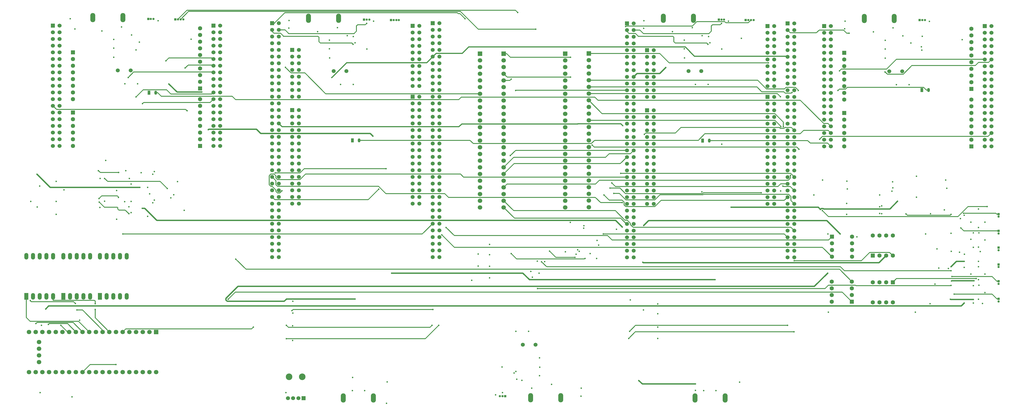
<source format=gbr>
%TF.GenerationSoftware,KiCad,Pcbnew,9.0.2+dfsg-1*%
%TF.CreationDate,2025-07-08T19:26:09-07:00*%
%TF.ProjectId,signalmesh,7369676e-616c-46d6-9573-682e6b696361,rev?*%
%TF.SameCoordinates,Original*%
%TF.FileFunction,Copper,L3,Inr*%
%TF.FilePolarity,Positive*%
%FSLAX46Y46*%
G04 Gerber Fmt 4.6, Leading zero omitted, Abs format (unit mm)*
G04 Created by KiCad (PCBNEW 9.0.2+dfsg-1) date 2025-07-08 19:26:09*
%MOMM*%
%LPD*%
G01*
G04 APERTURE LIST*
G04 Aperture macros list*
%AMRoundRect*
0 Rectangle with rounded corners*
0 $1 Rounding radius*
0 $2 $3 $4 $5 $6 $7 $8 $9 X,Y pos of 4 corners*
0 Add a 4 corners polygon primitive as box body*
4,1,4,$2,$3,$4,$5,$6,$7,$8,$9,$2,$3,0*
0 Add four circle primitives for the rounded corners*
1,1,$1+$1,$2,$3*
1,1,$1+$1,$4,$5*
1,1,$1+$1,$6,$7*
1,1,$1+$1,$8,$9*
0 Add four rect primitives between the rounded corners*
20,1,$1+$1,$2,$3,$4,$5,0*
20,1,$1+$1,$4,$5,$6,$7,0*
20,1,$1+$1,$6,$7,$8,$9,0*
20,1,$1+$1,$8,$9,$2,$3,0*%
G04 Aperture macros list end*
%TA.AperFunction,ComponentPad*%
%ADD10R,0.850000X0.850000*%
%TD*%
%TA.AperFunction,ComponentPad*%
%ADD11C,0.850000*%
%TD*%
%TA.AperFunction,ComponentPad*%
%ADD12R,1.524000X2.524000*%
%TD*%
%TA.AperFunction,ComponentPad*%
%ADD13O,1.524000X2.524000*%
%TD*%
%TA.AperFunction,ComponentPad*%
%ADD14C,1.500000*%
%TD*%
%TA.AperFunction,HeatsinkPad*%
%ADD15O,1.900000X3.500000*%
%TD*%
%TA.AperFunction,ComponentPad*%
%ADD16RoundRect,0.250000X0.550000X0.550000X-0.550000X0.550000X-0.550000X-0.550000X0.550000X-0.550000X0*%
%TD*%
%TA.AperFunction,ComponentPad*%
%ADD17C,1.600000*%
%TD*%
%TA.AperFunction,ComponentPad*%
%ADD18R,1.508000X1.508000*%
%TD*%
%TA.AperFunction,ComponentPad*%
%ADD19C,1.508000*%
%TD*%
%TA.AperFunction,ComponentPad*%
%ADD20C,2.500000*%
%TD*%
%TA.AperFunction,ComponentPad*%
%ADD21R,1.524000X1.524000*%
%TD*%
%TA.AperFunction,ComponentPad*%
%ADD22C,1.524000*%
%TD*%
%TA.AperFunction,ComponentPad*%
%ADD23R,1.700000X1.700000*%
%TD*%
%TA.AperFunction,ComponentPad*%
%ADD24C,1.700000*%
%TD*%
%TA.AperFunction,ComponentPad*%
%ADD25R,1.050000X1.500000*%
%TD*%
%TA.AperFunction,ComponentPad*%
%ADD26O,1.050000X1.500000*%
%TD*%
%TA.AperFunction,ComponentPad*%
%ADD27RoundRect,0.250000X-0.550000X-0.550000X0.550000X-0.550000X0.550000X0.550000X-0.550000X0.550000X0*%
%TD*%
%TA.AperFunction,ComponentPad*%
%ADD28R,1.605000X1.605000*%
%TD*%
%TA.AperFunction,ComponentPad*%
%ADD29C,1.605000*%
%TD*%
%TA.AperFunction,ComponentPad*%
%ADD30R,1.530000X1.530000*%
%TD*%
%TA.AperFunction,ComponentPad*%
%ADD31C,1.530000*%
%TD*%
%TA.AperFunction,ComponentPad*%
%ADD32RoundRect,0.250000X-0.550000X0.550000X-0.550000X-0.550000X0.550000X-0.550000X0.550000X0.550000X0*%
%TD*%
%TA.AperFunction,ComponentPad*%
%ADD33RoundRect,0.250000X0.550000X-0.550000X0.550000X0.550000X-0.550000X0.550000X-0.550000X-0.550000X0*%
%TD*%
%TA.AperFunction,ViaPad*%
%ADD34C,0.600000*%
%TD*%
%TA.AperFunction,ViaPad*%
%ADD35C,0.500000*%
%TD*%
%TA.AperFunction,Conductor*%
%ADD36C,0.300000*%
%TD*%
%TA.AperFunction,Conductor*%
%ADD37C,0.500000*%
%TD*%
%TA.AperFunction,Conductor*%
%ADD38C,0.400000*%
%TD*%
G04 APERTURE END LIST*
D10*
%TO.N,Net-(J15-Pin_1)*%
%TO.C,J15*%
X557555000Y-140920000D03*
D11*
X557555000Y-141920000D03*
%TD*%
D12*
%TO.N,Net-(U18-E)*%
%TO.C,U18*%
X216420000Y-139963000D03*
D13*
%TO.N,Net-(U18-D)*%
X218960000Y-139963000D03*
%TO.N,GND*%
X221500000Y-139963000D03*
%TO.N,Net-(U18-C)*%
X224040000Y-139963000D03*
%TO.N,Net-(U18-DP)*%
X226580000Y-139963000D03*
%TO.N,Net-(U18-B)*%
X226580000Y-124723000D03*
%TO.N,Net-(U18-A)*%
X224040000Y-124723000D03*
%TO.N,GND*%
X221500000Y-124723000D03*
%TO.N,Net-(U18-F)*%
X218960000Y-124723000D03*
%TO.N,Net-(U18-G)*%
X216420000Y-124723000D03*
%TD*%
D14*
%TO.N,Net-(U40-XI)*%
%TO.C,Y9*%
X223210000Y-54144900D03*
%TO.N,Net-(U40-XO)*%
X228090000Y-54144900D03*
%TD*%
D15*
%TO.N,unconnected-(J25-Shield-Pad5)_1*%
%TO.C,J25*%
X391300000Y-178500000D03*
%TO.N,unconnected-(J25-Shield-Pad5)*%
X379900000Y-178500000D03*
%TD*%
D16*
%TO.N,/UUM_CAN_RD*%
%TO.C,U27*%
X501860000Y-142040000D03*
D17*
%TO.N,GND*%
X501860000Y-139500000D03*
%TO.N,UUM_VDD*%
X501860000Y-136960000D03*
%TO.N,/UUM_CAN_TD*%
X501860000Y-134420000D03*
%TO.N,unconnected-(U27-Vref-Pad5)*%
X494240000Y-134420000D03*
%TO.N,/CAN-*%
X494240000Y-136960000D03*
%TO.N,/CAN+*%
X494240000Y-139500000D03*
%TO.N,Net-(U27-Rs)*%
X494240000Y-142040000D03*
%TD*%
D15*
%TO.N,unconnected-(J33-Shield-Pad5)_1*%
%TO.C,J33*%
X213700000Y-34044900D03*
%TO.N,unconnected-(J33-Shield-Pad5)*%
X225100000Y-34044900D03*
%TD*%
D18*
%TO.N,N/C*%
%TO.C,U1*%
X335080000Y-37186000D03*
D19*
X337620000Y-37186000D03*
X335080000Y-39726000D03*
X337620000Y-39726000D03*
X335080000Y-42266000D03*
X337620000Y-42266000D03*
X335080000Y-44806000D03*
X337620000Y-44806000D03*
X335080000Y-47346000D03*
X337620000Y-47346000D03*
X335080000Y-49886000D03*
X337620000Y-49886000D03*
X335080000Y-52426000D03*
X337620000Y-52426000D03*
X335080000Y-54966000D03*
X337620000Y-54966000D03*
X335080000Y-57506000D03*
X337620000Y-57506000D03*
X335080000Y-60046000D03*
X337620000Y-60046000D03*
D18*
X289360000Y-46330000D03*
D19*
X291900000Y-46330000D03*
X289360000Y-48870000D03*
X291900000Y-48870000D03*
X289360000Y-51410000D03*
X291900000Y-51410000D03*
X289360000Y-53950000D03*
X291900000Y-53950000D03*
X289360000Y-56490000D03*
X291900000Y-56490000D03*
X289360000Y-59030000D03*
X291900000Y-59030000D03*
X289360000Y-61570000D03*
X291900000Y-61570000D03*
X289360000Y-64110000D03*
X291900000Y-64110000D03*
D18*
X289360000Y-69190000D03*
D19*
X291900000Y-69190000D03*
X289360000Y-71730000D03*
X291900000Y-71730000D03*
X289360000Y-74270000D03*
X291900000Y-74270000D03*
X289360000Y-76810000D03*
X291900000Y-76810000D03*
X289360000Y-79350000D03*
X291900000Y-79350000D03*
X289360000Y-81890000D03*
X291900000Y-81890000D03*
X289360000Y-84430000D03*
X291900000Y-84430000D03*
X289360000Y-86970000D03*
X291900000Y-86970000D03*
X289360000Y-89510000D03*
X291900000Y-89510000D03*
X289360000Y-92050000D03*
X291900000Y-92050000D03*
X289360000Y-94590000D03*
X291900000Y-94590000D03*
X289360000Y-97130000D03*
X291900000Y-97130000D03*
X289360000Y-99670000D03*
X291900000Y-99670000D03*
X289360000Y-102210000D03*
X291900000Y-102210000D03*
X289360000Y-104750000D03*
X291900000Y-104750000D03*
D18*
X335080000Y-64110000D03*
D19*
X337620000Y-64110000D03*
X335080000Y-66650000D03*
X337620000Y-66650000D03*
X335080000Y-69190000D03*
X337620000Y-69190000D03*
X335080000Y-71730000D03*
X337620000Y-71730000D03*
X335080000Y-74270000D03*
X337620000Y-74270000D03*
X335080000Y-76810000D03*
X337620000Y-76810000D03*
X335080000Y-79350000D03*
X337620000Y-79350000D03*
X335080000Y-81890000D03*
X337620000Y-81890000D03*
X335080000Y-84430000D03*
X337620000Y-84430000D03*
X335080000Y-86970000D03*
X337620000Y-86970000D03*
X335080000Y-89510000D03*
X337620000Y-89510000D03*
X335080000Y-92050000D03*
X337620000Y-92050000D03*
X335080000Y-94590000D03*
X337620000Y-94590000D03*
X335080000Y-97130000D03*
X337620000Y-97130000D03*
X335080000Y-99670000D03*
X337620000Y-99670000D03*
X335080000Y-102210000D03*
X337620000Y-102210000D03*
X335080000Y-104750000D03*
X337620000Y-104750000D03*
D18*
%TO.N,/ACM_CMD_TX*%
X281740000Y-36170000D03*
D19*
%TO.N,/ACM_CMD_RX*%
X284280000Y-36170000D03*
%TO.N,/APM_DBG_TX*%
X281740000Y-38710000D03*
%TO.N,/APM_DBG_RX*%
X284280000Y-38710000D03*
%TO.N,unconnected-(U1A-3V3_VDD-PadCN11_5)*%
X281740000Y-41250000D03*
%TO.N,unconnected-(U1A-5V_EXT-PadCN11_6)*%
X284280000Y-41250000D03*
%TO.N,unconnected-(U1A-BOOT0-PadCN11_7)*%
X281740000Y-43790000D03*
%TO.N,GND*%
X284280000Y-43790000D03*
%TO.N,unconnected-(U1A-PF6-PadCN11_9)*%
X281740000Y-46330000D03*
%TO.N,unconnected-(U1A-NC-PadCN11_10)*%
X284280000Y-46330000D03*
%TO.N,unconnected-(U1A-PF7-PadCN11_11)*%
X281740000Y-48870000D03*
%TO.N,unconnected-(U1A-IOREF-PadCN11_12)*%
X284280000Y-48870000D03*
%TO.N,unconnected-(U1A-PA13-PadCN11_13)*%
X281740000Y-51410000D03*
%TO.N,unconnected-(U1A-NRST-PadCN11_14)*%
X284280000Y-51410000D03*
%TO.N,unconnected-(U1A-PA14-PadCN11_15)*%
X281740000Y-53950000D03*
%TO.N,unconnected-(U1A-3V3-PadCN11_16)*%
X284280000Y-53950000D03*
%TO.N,unconnected-(U1A-PA15-PadCN11_17)*%
X281740000Y-56490000D03*
%TO.N,APM_VDD*%
X284280000Y-56490000D03*
%TO.N,GND*%
X281740000Y-59030000D03*
X284280000Y-59030000D03*
%TO.N,unconnected-(U1A-PB7-PadCN11_21)*%
X281740000Y-61570000D03*
%TO.N,GND*%
X284280000Y-61570000D03*
%TO.N,unconnected-(U1A-PC13-PadCN11_23)*%
X281740000Y-64110000D03*
%TO.N,unconnected-(U1A-VIN-PadCN11_24)*%
X284280000Y-64110000D03*
%TO.N,unconnected-(U1A-PC14-PadCN11_25)*%
X281740000Y-66650000D03*
%TO.N,unconnected-(U1A-NC-PadCN11_26)*%
X284280000Y-66650000D03*
%TO.N,unconnected-(U1A-PC15-PadCN11_27)*%
X281740000Y-69190000D03*
%TO.N,unconnected-(U1A-PA0-PadCN11_28)*%
X284280000Y-69190000D03*
%TO.N,unconnected-(U1A-PH0-PadCN11_29)*%
X281740000Y-71730000D03*
%TO.N,unconnected-(U1A-PA1-PadCN11_30)*%
X284280000Y-71730000D03*
%TO.N,unconnected-(U1A-PH1-PadCN11_31)*%
X281740000Y-74270000D03*
%TO.N,/DAC_R*%
X284280000Y-74270000D03*
%TO.N,unconnected-(U1A-VBAT-PadCN11_33)*%
X281740000Y-76810000D03*
%TO.N,unconnected-(U1A-PB0-PadCN11_34)*%
X284280000Y-76810000D03*
%TO.N,unconnected-(U1A-PC2-PadCN11_35)*%
X281740000Y-79350000D03*
%TO.N,unconnected-(U1A-PC1-PadCN11_36)*%
X284280000Y-79350000D03*
%TO.N,unconnected-(U1A-PC3-PadCN11_37)*%
X281740000Y-81890000D03*
%TO.N,unconnected-(U1A-PC0-PadCN11_38)*%
X284280000Y-81890000D03*
%TO.N,unconnected-(U1A-PD4-PadCN11_39)*%
X281740000Y-84430000D03*
%TO.N,unconnected-(U1A-PD3-PadCN11_40)*%
X284280000Y-84430000D03*
%TO.N,unconnected-(U1A-PD5-PadCN11_41)*%
X281740000Y-86970000D03*
%TO.N,unconnected-(U1A-PG2-PadCN11_42)*%
X284280000Y-86970000D03*
%TO.N,unconnected-(U1A-PD6-PadCN11_43)*%
X281740000Y-89510000D03*
%TO.N,unconnected-(U1A-PG3-PadCN11_44)*%
X284280000Y-89510000D03*
%TO.N,unconnected-(U1A-PD7-PadCN11_45)*%
X281740000Y-92050000D03*
%TO.N,unconnected-(U1A-PE2-PadCN11_46)*%
X284280000Y-92050000D03*
%TO.N,/ISR0*%
X281740000Y-94590000D03*
%TO.N,unconnected-(U1A-PE4-PadCN11_48)*%
X284280000Y-94590000D03*
%TO.N,GND*%
X281740000Y-97130000D03*
%TO.N,unconnected-(U1A-PE5-PadCN11_50)*%
X284280000Y-97130000D03*
%TO.N,/APM/APM_I2C1_SCL*%
X281740000Y-99670000D03*
%TO.N,unconnected-(U1A-PF2-PadCN11_52)*%
X284280000Y-99670000D03*
%TO.N,/APM/APM_I2C1_SDA*%
X281740000Y-102210000D03*
%TO.N,unconnected-(U1A-PF8-PadCN11_54)*%
X284280000Y-102210000D03*
%TO.N,unconnected-(U1A-PD1-PadCN11_55)*%
X281740000Y-104750000D03*
%TO.N,unconnected-(U1A-PF9-PadCN11_56)*%
X284280000Y-104750000D03*
%TO.N,unconnected-(U1A-PD0-PadCN11_57)*%
X281740000Y-107290000D03*
%TO.N,unconnected-(U1A-PG1-PadCN11_58)*%
X284280000Y-107290000D03*
%TO.N,unconnected-(U1A-PG0-PadCN11_59)*%
X281740000Y-109830000D03*
%TO.N,GND*%
X284280000Y-109830000D03*
%TO.N,unconnected-(U1A-PE1-PadCN11_61)*%
X281740000Y-112370000D03*
%TO.N,/IRQ0*%
X284280000Y-112370000D03*
%TO.N,/APM/7SDD_CMD_RX*%
X281740000Y-114910000D03*
%TO.N,unconnected-(U1A-PG15-PadCN11_64)*%
X284280000Y-114910000D03*
%TO.N,unconnected-(U1A-PG12-PadCN11_65)*%
X281740000Y-117450000D03*
%TO.N,unconnected-(U1A-PG10-PadCN11_66)*%
X284280000Y-117450000D03*
%TO.N,unconnected-(U1A-NC-PadCN11_67)*%
X281740000Y-119990000D03*
%TO.N,unconnected-(U1A-PG13-PadCN11_68)*%
X284280000Y-119990000D03*
%TO.N,unconnected-(U1A-PD9-PadCN11_69)*%
X281740000Y-122530000D03*
%TO.N,unconnected-(U1A-PG11-PadCN11_70)*%
X284280000Y-122530000D03*
%TO.N,GND*%
X281740000Y-125070000D03*
X284280000Y-125070000D03*
D18*
%TO.N,unconnected-(U1B-PC9-PadCN12_1)*%
X342700000Y-36190000D03*
D19*
%TO.N,unconnected-(U1B-PC8-PadCN12_2)*%
X345240000Y-36190000D03*
%TO.N,/APM_CAN_RD*%
X342700000Y-38730000D03*
%TO.N,/APM/APM_LED_OK*%
X345240000Y-38730000D03*
%TO.N,/APM_CAN_TD*%
X342700000Y-41270000D03*
%TO.N,/APM/APM_LED_WARN*%
X345240000Y-41270000D03*
%TO.N,unconnected-(U1B-VREFP-PadCN12_7)*%
X342700000Y-43810000D03*
%TO.N,unconnected-(U1B-5V_USB_STLK-PadCN12_8)*%
X345240000Y-43810000D03*
%TO.N,unconnected-(U1B-GND_CN12-PadCN12_20)_2*%
X342700000Y-46350000D03*
%TO.N,unconnected-(U1B-PD8-PadCN12_10)*%
X345240000Y-46350000D03*
%TO.N,/DAC_L*%
X342700000Y-48890000D03*
%TO.N,/APM/APM_USB_D-*%
X345240000Y-48890000D03*
%TO.N,unconnected-(U1B-PA6-PadCN12_13)*%
X342700000Y-51430000D03*
%TO.N,/APM/APM_USB_D+*%
X345240000Y-51430000D03*
%TO.N,unconnected-(U1B-PA7-PadCN12_15)*%
X342700000Y-53970000D03*
%TO.N,unconnected-(U1B-PB12-PadCN12_16)*%
X345240000Y-53970000D03*
%TO.N,unconnected-(U1B-PB6-PadCN12_17)*%
X342700000Y-56510000D03*
%TO.N,unconnected-(U1B-PB11-PadCN12_18)*%
X345240000Y-56510000D03*
%TO.N,unconnected-(U1B-PC7-PadCN12_19)*%
X342700000Y-59050000D03*
%TO.N,unconnected-(U1B-GND_CN12-PadCN12_20)_4*%
X345240000Y-59050000D03*
%TO.N,unconnected-(U1B-PA9-PadCN12_21)*%
X342700000Y-61590000D03*
%TO.N,unconnected-(U1B-PB2-PadCN12_22)*%
X345240000Y-61590000D03*
%TO.N,unconnected-(U1B-PA8-PadCN12_23)*%
X342700000Y-64130000D03*
%TO.N,unconnected-(U1B-PB1-PadCN12_24)*%
X345240000Y-64130000D03*
%TO.N,unconnected-(U1B-PB10-PadCN12_25)*%
X342700000Y-66670000D03*
%TO.N,unconnected-(U1B-PB15-PadCN12_26)*%
X345240000Y-66670000D03*
%TO.N,unconnected-(U1B-PB4-PadCN12_27)*%
X342700000Y-69210000D03*
%TO.N,unconnected-(U1B-PB14-PadCN12_28)*%
X345240000Y-69210000D03*
%TO.N,unconnected-(U1B-PB5-PadCN12_29)*%
X342700000Y-71750000D03*
%TO.N,unconnected-(U1B-PB13-PadCN12_30)*%
X345240000Y-71750000D03*
%TO.N,unconnected-(U1B-PB3-PadCN12_31)*%
X342700000Y-74290000D03*
%TO.N,unconnected-(U1B-AGND_CN12-PadCN12_32)*%
X345240000Y-74290000D03*
%TO.N,unconnected-(U1B-PA10-PadCN12_33)*%
X342700000Y-76830000D03*
%TO.N,/APM/APM_LED_FAIL*%
X345240000Y-76830000D03*
%TO.N,unconnected-(U1B-PA2-PadCN12_35)*%
X342700000Y-79370000D03*
%TO.N,unconnected-(U1B-PF5-PadCN12_36)*%
X345240000Y-79370000D03*
%TO.N,unconnected-(U1B-PA3-PadCN12_37)*%
X342700000Y-81910000D03*
%TO.N,unconnected-(U1B-PF4-PadCN12_38)*%
X345240000Y-81910000D03*
%TO.N,unconnected-(U1B-GND_CN12-PadCN12_20)_1*%
X342700000Y-84450000D03*
%TO.N,unconnected-(U1B-PE8-PadCN12_40)*%
X345240000Y-84450000D03*
%TO.N,unconnected-(U1B-PD13-PadCN12_41)*%
X342700000Y-86990000D03*
%TO.N,unconnected-(U1B-PF10-PadCN12_42)*%
X345240000Y-86990000D03*
%TO.N,unconnected-(U1B-PD12-PadCN12_43)*%
X342700000Y-89530000D03*
%TO.N,unconnected-(U1B-PE7-PadCN12_44)*%
X345240000Y-89530000D03*
%TO.N,unconnected-(U1B-PD11-PadCN12_45)*%
X342700000Y-92070000D03*
%TO.N,unconnected-(U1B-PD14-PadCN12_46)*%
X345240000Y-92070000D03*
%TO.N,unconnected-(U1B-PE10-PadCN12_47)*%
X342700000Y-94610000D03*
%TO.N,unconnected-(U1B-PD15-PadCN12_48)*%
X345240000Y-94610000D03*
%TO.N,unconnected-(U1B-PE12-PadCN12_49)*%
X342700000Y-97150000D03*
%TO.N,unconnected-(U1B-PF14-PadCN12_50)*%
X345240000Y-97150000D03*
%TO.N,unconnected-(U1B-PE14-PadCN12_51)*%
X342700000Y-99690000D03*
%TO.N,unconnected-(U1B-PE9-PadCN12_52)*%
X345240000Y-99690000D03*
%TO.N,unconnected-(U1B-PE15-PadCN12_53)*%
X342700000Y-102230000D03*
%TO.N,unconnected-(U1B-GND_CN12-PadCN12_20)*%
X345240000Y-102230000D03*
%TO.N,unconnected-(U1B-PE13-PadCN12_55)*%
X342700000Y-104770000D03*
%TO.N,unconnected-(U1B-PE11-PadCN12_56)*%
X345240000Y-104770000D03*
%TO.N,unconnected-(U1B-PF13-PadCN12_57)*%
X342700000Y-107310000D03*
%TO.N,unconnected-(U1B-PF3-PadCN12_58)*%
X345240000Y-107310000D03*
%TO.N,unconnected-(U1B-PF12-PadCN12_59)*%
X342700000Y-109850000D03*
%TO.N,unconnected-(U1B-PF15-PadCN12_60)*%
X345240000Y-109850000D03*
%TO.N,/APM/7SDD_CMD_TX*%
X342700000Y-112390000D03*
%TO.N,unconnected-(U1B-PF11-PadCN12_62)*%
X345240000Y-112390000D03*
%TO.N,unconnected-(U1B-GND_CN12-PadCN12_20)_3*%
X342700000Y-114930000D03*
%TO.N,unconnected-(U1B-PE0-PadCN12_64)*%
X345240000Y-114930000D03*
%TO.N,unconnected-(U1B-PD10-PadCN12_65)*%
X342700000Y-117470000D03*
%TO.N,unconnected-(U1B-PG8-PadCN12_66)*%
X345240000Y-117470000D03*
%TO.N,unconnected-(U1B-PG7-PadCN12_67)*%
X342700000Y-120010000D03*
%TO.N,unconnected-(U1B-PG5-PadCN12_68)*%
X345240000Y-120010000D03*
%TO.N,unconnected-(U1B-PG4-PadCN12_69)*%
X342700000Y-122550000D03*
%TO.N,unconnected-(U1B-PG6-PadCN12_70)*%
X345240000Y-122550000D03*
%TO.N,unconnected-(U1B-GND_CN12-PadCN12_20)_6*%
X342700000Y-125090000D03*
%TO.N,unconnected-(U1B-GND_CN12-PadCN12_20)_5*%
X345240000Y-125090000D03*
%TD*%
D20*
%TO.N,/DAC_L*%
%TO.C,TP1*%
X293200000Y-170600000D03*
%TD*%
D21*
%TO.N,unconnected-(J12-Pin_1-Pad1)*%
%TO.C,J12*%
X293750000Y-178700000D03*
D22*
%TO.N,/DAC_L*%
X291750000Y-178700000D03*
%TO.N,/DAC_R*%
X289750000Y-178700000D03*
%TO.N,GND*%
X287750000Y-178700000D03*
%TD*%
D23*
%TO.N,/FMC_D0*%
%TO.C,J9*%
X402000000Y-47720000D03*
D24*
%TO.N,/FMC_D1*%
X402000000Y-50260000D03*
%TO.N,/FMC_D2*%
X402000000Y-52800000D03*
%TO.N,/FMC_D3*%
X402000000Y-55340000D03*
%TO.N,/FMC_D4*%
X402000000Y-57880000D03*
%TO.N,/FMC_D5*%
X402000000Y-60420000D03*
%TO.N,/FMC_D6*%
X402000000Y-62960000D03*
%TO.N,/FMC_D7*%
X402000000Y-65500000D03*
%TO.N,/FMC_D8*%
X402000000Y-68040000D03*
%TO.N,/FMC_D9*%
X402000000Y-70580000D03*
%TO.N,/FMC_D10*%
X402000000Y-73120000D03*
%TO.N,/FMC_D11*%
X402000000Y-75660000D03*
%TO.N,/FMC_D12*%
X402000000Y-78200000D03*
%TO.N,/FMC_D13*%
X402000000Y-80740000D03*
%TO.N,/FMC_D14*%
X402000000Y-83280000D03*
%TO.N,/FMC_D15*%
X402000000Y-85820000D03*
%TO.N,unconnected-(J2-Pin_17-Pad17)*%
X402000000Y-88360000D03*
%TO.N,ACM_VDD*%
X402000000Y-90900000D03*
%TO.N,unconnected-(J2-Pin_19-Pad19)*%
X402000000Y-93440000D03*
%TO.N,unconnected-(J2-Pin_20-Pad20)*%
X402000000Y-95980000D03*
%TO.N,unconnected-(J2-Pin_21-Pad21)*%
X402000000Y-98520000D03*
%TO.N,unconnected-(J2-Pin_22-Pad22)*%
X402000000Y-101060000D03*
%TO.N,GND*%
X402000000Y-103600000D03*
%TO.N,3V3_ACM*%
X402000000Y-106140000D03*
%TD*%
D20*
%TO.N,/DAC_R*%
%TO.C,TP2*%
X288200000Y-170600000D03*
%TD*%
D15*
%TO.N,unconnected-(J31-Shield-Pad5)_1*%
%TO.C,J31*%
X430300000Y-34300000D03*
%TO.N,unconnected-(J31-Shield-Pad5)*%
X441700000Y-34300000D03*
%TD*%
D10*
%TO.N,/USB_debug_APM/DBG_TX*%
%TO.C,J30*%
X316650000Y-34880100D03*
D11*
%TO.N,/APM_DBG_RX*%
X317650000Y-34880100D03*
%TO.N,GND*%
X318650000Y-34880100D03*
%TD*%
D23*
%TO.N,/ACM/ACM_SPI_CS*%
%TO.C,J1*%
X369690000Y-47760000D03*
D24*
%TO.N,/ACM/ACM_SPI_MOSI*%
X369690000Y-50300000D03*
%TO.N,/ACM/ACM_SPI_SCLK*%
X369690000Y-52840000D03*
%TO.N,/ACM/ACM_SPI_MISO*%
X369690000Y-55380000D03*
%TO.N,/ACM_DBG_TX*%
X369690000Y-57920000D03*
%TO.N,/ACM_DBG_RX*%
X369690000Y-60460000D03*
%TO.N,/ACM_CMD_RX*%
X369690000Y-63000000D03*
%TO.N,/ACM_CMD_TX*%
X369690000Y-65540000D03*
%TO.N,/ACM/ACM_LED_FAIL*%
X369690000Y-68080000D03*
%TO.N,/ACM/ACM_LED_OK*%
X369690000Y-70620000D03*
%TO.N,/ACM/ACM_LED_WARN*%
X369690000Y-73160000D03*
%TO.N,unconnected-(J1-Pin_12-Pad12)*%
X369690000Y-75700000D03*
%TO.N,unconnected-(J1-Pin_13-Pad13)*%
X369690000Y-78240000D03*
%TO.N,unconnected-(J1-Pin_14-Pad14)*%
X369690000Y-80780000D03*
%TO.N,unconnected-(J1-Pin_15-Pad15)*%
X369690000Y-83320000D03*
%TO.N,unconnected-(J1-Pin_16-Pad16)*%
X369690000Y-85860000D03*
%TO.N,unconnected-(J1-Pin_17-Pad17)*%
X369690000Y-88400000D03*
%TO.N,/FMC_CLK*%
X369690000Y-90940000D03*
%TO.N,/FMC_NWE*%
X369690000Y-93480000D03*
%TO.N,/FMC_NOE*%
X369690000Y-96020000D03*
%TO.N,/FMC_NE*%
X369690000Y-98560000D03*
%TO.N,/FMC_NL*%
X369690000Y-101100000D03*
%TO.N,/FMC_NBL0*%
X369690000Y-103640000D03*
%TO.N,/FMC_NBL1*%
X369690000Y-106180000D03*
%TD*%
D14*
%TO.N,Net-(U19-XI)*%
%TO.C,Y2*%
X381790000Y-158400000D03*
%TO.N,Net-(U19-XO)*%
X376910000Y-158400000D03*
%TD*%
D15*
%TO.N,unconnected-(J21-Shield-Pad5)*%
%TO.C,J21*%
X320200000Y-178600000D03*
%TO.N,unconnected-(J21-Shield-Pad5)_1*%
X308800000Y-178600000D03*
%TD*%
D25*
%TO.N,GND*%
%TO.C,TH1*%
X445142000Y-80782000D03*
D26*
%TO.N,Net-(U9A-PC0{slash}PB8)*%
X447682000Y-80782000D03*
%TD*%
D23*
%TO.N,/ACM/ACM_SPI_CS*%
%TO.C,J8*%
X360690000Y-47760000D03*
D24*
%TO.N,/ACM/ACM_SPI_MOSI*%
X360690000Y-50300000D03*
%TO.N,/ACM/ACM_SPI_SCLK*%
X360690000Y-52840000D03*
%TO.N,/ACM/ACM_SPI_MISO*%
X360690000Y-55380000D03*
%TO.N,/ACM_DBG_TX*%
X360690000Y-57920000D03*
%TO.N,/ACM_DBG_RX*%
X360690000Y-60460000D03*
%TO.N,/ACM_CMD_RX*%
X360690000Y-63000000D03*
%TO.N,/ACM_CMD_TX*%
X360690000Y-65540000D03*
%TO.N,/ACM/ACM_LED_FAIL*%
X360690000Y-68080000D03*
%TO.N,/ACM/ACM_LED_OK*%
X360690000Y-70620000D03*
%TO.N,/ACM/ACM_LED_WARN*%
X360690000Y-73160000D03*
%TO.N,unconnected-(J1-Pin_12-Pad12)*%
X360690000Y-75700000D03*
%TO.N,unconnected-(J1-Pin_13-Pad13)*%
X360690000Y-78240000D03*
%TO.N,unconnected-(J1-Pin_14-Pad14)*%
X360690000Y-80780000D03*
%TO.N,unconnected-(J1-Pin_15-Pad15)*%
X360690000Y-83320000D03*
%TO.N,unconnected-(J1-Pin_16-Pad16)*%
X360690000Y-85860000D03*
%TO.N,unconnected-(J1-Pin_17-Pad17)*%
X360690000Y-88400000D03*
%TO.N,/FMC_CLK*%
X360690000Y-90940000D03*
%TO.N,/FMC_NWE*%
X360690000Y-93480000D03*
%TO.N,/FMC_NOE*%
X360690000Y-96020000D03*
%TO.N,/FMC_NE*%
X360690000Y-98560000D03*
%TO.N,/FMC_NL*%
X360690000Y-101100000D03*
%TO.N,/FMC_NBL0*%
X360690000Y-103640000D03*
%TO.N,/FMC_NBL1*%
X360690000Y-106180000D03*
%TD*%
D10*
%TO.N,TDM_VDD*%
%TO.C,J18*%
X245050000Y-34759900D03*
D11*
%TO.N,/TDM/TDM_I2C1_SDA*%
X246050000Y-34759900D03*
%TO.N,/TDM/TDM_I2C1_SCL*%
X247050000Y-34759900D03*
%TO.N,GND*%
X248050000Y-34759900D03*
%TD*%
D25*
%TO.N,GND*%
%TO.C,TH2*%
X312290000Y-80712000D03*
D26*
%TO.N,Net-(U9A-PB0)*%
X314830000Y-80712000D03*
%TD*%
D10*
%TO.N,/USB_debug_TDM/DBG_TX*%
%TO.C,J28*%
X527600000Y-34980100D03*
D11*
%TO.N,/TDM_DBG_RX*%
X528600000Y-34980100D03*
%TO.N,GND*%
X529600000Y-34980100D03*
%TD*%
D27*
%TO.N,/APM_CAN_RD*%
%TO.C,U29*%
X494250000Y-117340000D03*
D17*
%TO.N,GND*%
X494250000Y-119880000D03*
%TO.N,APM_VDD*%
X494250000Y-122420000D03*
%TO.N,/APM_CAN_TD*%
X494250000Y-124960000D03*
%TO.N,unconnected-(U29-Vref-Pad5)*%
X501870000Y-124960000D03*
%TO.N,/CAN-*%
X501870000Y-122420000D03*
%TO.N,/CAN+*%
X501870000Y-119880000D03*
%TO.N,Net-(U29-Rs)*%
X501870000Y-117340000D03*
%TD*%
D10*
%TO.N,APM_VDD*%
%TO.C,J4*%
X326900000Y-34975000D03*
D11*
%TO.N,/APM/APM_I2C1_SDA*%
X327900000Y-34975000D03*
%TO.N,/APM/APM_I2C1_SCL*%
X328900000Y-34975000D03*
%TO.N,GND*%
X329900000Y-34975000D03*
%TD*%
D23*
%TO.N,/FMC_D0*%
%TO.C,J2*%
X393000000Y-47760000D03*
D24*
%TO.N,/FMC_D1*%
X393000000Y-50300000D03*
%TO.N,/FMC_D2*%
X393000000Y-52840000D03*
%TO.N,/FMC_D3*%
X393000000Y-55380000D03*
%TO.N,/FMC_D4*%
X393000000Y-57920000D03*
%TO.N,/FMC_D5*%
X393000000Y-60460000D03*
%TO.N,/FMC_D6*%
X393000000Y-63000000D03*
%TO.N,/FMC_D7*%
X393000000Y-65540000D03*
%TO.N,/FMC_D8*%
X393000000Y-68080000D03*
%TO.N,/FMC_D9*%
X393000000Y-70620000D03*
%TO.N,/FMC_D10*%
X393000000Y-73160000D03*
%TO.N,/FMC_D11*%
X393000000Y-75700000D03*
%TO.N,/FMC_D12*%
X393000000Y-78240000D03*
%TO.N,/FMC_D13*%
X393000000Y-80780000D03*
%TO.N,/FMC_D14*%
X393000000Y-83320000D03*
%TO.N,/FMC_D15*%
X393000000Y-85860000D03*
%TO.N,unconnected-(J2-Pin_17-Pad17)*%
X393000000Y-88400000D03*
%TO.N,ACM_VDD*%
X393000000Y-90940000D03*
%TO.N,unconnected-(J2-Pin_19-Pad19)*%
X393000000Y-93480000D03*
%TO.N,unconnected-(J2-Pin_20-Pad20)*%
X393000000Y-96020000D03*
%TO.N,unconnected-(J2-Pin_21-Pad21)*%
X393000000Y-98560000D03*
%TO.N,unconnected-(J2-Pin_22-Pad22)*%
X393000000Y-101100000D03*
%TO.N,GND*%
X393000000Y-103640000D03*
%TO.N,3V3_ACM*%
X393000000Y-106180000D03*
%TD*%
D10*
%TO.N,/USB_debug_DSM/DBG_TX*%
%TO.C,J32*%
X451350000Y-34880100D03*
D11*
%TO.N,/DSM_DBG_RX*%
X452350000Y-34880100D03*
%TO.N,GND*%
X453350000Y-34880100D03*
%TD*%
D10*
%TO.N,DSM_VDD*%
%TO.C,J3*%
X461550000Y-34975000D03*
D11*
%TO.N,/DSM/DSM_I2C1_SDA*%
X462550000Y-34975000D03*
%TO.N,/DSM/DSM_I2C1_SCL*%
X463550000Y-34975000D03*
%TO.N,GND*%
X464550000Y-34975000D03*
%TD*%
D28*
%TO.N,N/C*%
%TO.C,U9*%
X547240000Y-61190000D03*
D29*
X547240000Y-58650000D03*
X547240000Y-56110000D03*
X547240000Y-53570000D03*
X547240000Y-51030000D03*
X547240000Y-48490000D03*
X547240000Y-45950000D03*
X547240000Y-43410000D03*
X547240000Y-40870000D03*
X547240000Y-38330000D03*
D28*
X498980000Y-47470000D03*
D29*
X498980000Y-50010000D03*
X498980000Y-52550000D03*
X498980000Y-55090000D03*
X498980000Y-57630000D03*
X498980000Y-60170000D03*
X498980000Y-62710000D03*
X498980000Y-65250000D03*
D30*
%TO.N,unconnected-(U9A-PC10-PadCN7_1)*%
X491360000Y-37310000D03*
D31*
%TO.N,unconnected-(U9A-PC11-PadCN7_2)*%
X493900000Y-37310000D03*
%TO.N,unconnected-(U9A-PC12-PadCN7_3)*%
X491360000Y-39850000D03*
%TO.N,unconnected-(U9A-PD2-PadCN7_4)*%
X493900000Y-39850000D03*
%TO.N,unconnected-(U9A-VDD-PadCN7_5)*%
X491360000Y-42390000D03*
%TO.N,unconnected-(U9A-E5V-PadCN7_6)*%
X493900000Y-42390000D03*
%TO.N,unconnected-(U9A-BOOT0-PadCN7_7)*%
X491360000Y-44930000D03*
%TO.N,unconnected-(U9A-CN7_GND-PadCN7_19)_2*%
X493900000Y-44930000D03*
%TO.N,N/C*%
X491360000Y-47470000D03*
X493900000Y-47470000D03*
X491360000Y-50010000D03*
%TO.N,unconnected-(U9A-CN7_IOREF-PadCN7_12)*%
X493900000Y-50010000D03*
%TO.N,unconnected-(U9A-PA13-PadCN7_13)*%
X491360000Y-52550000D03*
%TO.N,unconnected-(U9A-CN7_RESET-PadCN7_14)*%
X493900000Y-52550000D03*
%TO.N,unconnected-(U9A-PA14-PadCN7_15)*%
X491360000Y-55090000D03*
%TO.N,unconnected-(U9A-CN7_+3V3-PadCN7_16)*%
X493900000Y-55090000D03*
%TO.N,unconnected-(U9A-PA15-PadCN7_17)*%
X491360000Y-57630000D03*
%TO.N,unconnected-(U9A-CN7_+5V-PadCN7_18)*%
X493900000Y-57630000D03*
%TO.N,unconnected-(U9A-CN7_GND-PadCN7_19)_1*%
X491360000Y-60170000D03*
%TO.N,unconnected-(U9A-CN7_GND-PadCN7_19)*%
X493900000Y-60170000D03*
%TO.N,unconnected-(U9A-PB7-PadCN7_21)*%
X491360000Y-62710000D03*
%TO.N,unconnected-(U9A-CN7_GND-PadCN7_19)_3*%
X493900000Y-62710000D03*
%TO.N,unconnected-(U9A-PC13-PadCN7_23)*%
X491360000Y-65250000D03*
%TO.N,unconnected-(U9A-CN7_VIN-PadCN7_24)*%
X493900000Y-65250000D03*
%TO.N,unconnected-(U9A-PC14-PadCN7_25)*%
X491360000Y-67790000D03*
%TO.N,N/C*%
X493900000Y-67790000D03*
%TO.N,unconnected-(U9A-PC15-PadCN7_27)*%
X491360000Y-70330000D03*
%TO.N,unconnected-(U9A-PA0-PadCN7_28)*%
X493900000Y-70330000D03*
%TO.N,unconnected-(U9A-PH0-PadCN7_29)*%
X491360000Y-72870000D03*
%TO.N,unconnected-(U9A-PA1-PadCN7_30)*%
X493900000Y-72870000D03*
%TO.N,unconnected-(U9A-PH1-PadCN7_31)*%
X491360000Y-75410000D03*
%TO.N,Net-(U9A-PA4)*%
X493900000Y-75410000D03*
%TO.N,unconnected-(U9A-VBAT-PadCN7_33)*%
X491360000Y-77950000D03*
%TO.N,Net-(U9A-PB0)*%
X493900000Y-77950000D03*
%TO.N,unconnected-(U9A-PC2-PadCN7_35)*%
X491360000Y-80490000D03*
%TO.N,Net-(U9A-PC1{slash}PB9)*%
X493900000Y-80490000D03*
%TO.N,unconnected-(U9A-PC3-PadCN7_37)*%
X491360000Y-83030000D03*
%TO.N,Net-(U9A-PC0{slash}PB8)*%
X493900000Y-83030000D03*
D28*
%TO.N,N/C*%
X498980000Y-70330000D03*
D29*
X498980000Y-72870000D03*
X498980000Y-75410000D03*
X498980000Y-77950000D03*
X498980000Y-80490000D03*
X498980000Y-83030000D03*
D28*
X547240000Y-83030000D03*
D29*
X547240000Y-80490000D03*
X547240000Y-77950000D03*
X547240000Y-75410000D03*
X547240000Y-72870000D03*
X547240000Y-70330000D03*
X547240000Y-67790000D03*
X547240000Y-65250000D03*
D30*
%TO.N,unconnected-(U9B-PC9-PadCN10_1)*%
X552320000Y-37310000D03*
D31*
%TO.N,unconnected-(U9B-PC8-PadCN10_2)*%
X554860000Y-37310000D03*
%TO.N,/TDM/TDM_I2C1_SCL*%
X552320000Y-39850000D03*
%TO.N,unconnected-(U9B-PC6-PadCN10_4)*%
X554860000Y-39850000D03*
%TO.N,/TDM/TDM_I2C1_SDA*%
X552320000Y-42390000D03*
%TO.N,/TDM/TDM_LED_FAIL*%
X554860000Y-42390000D03*
%TO.N,unconnected-(U9B-AVDD-PadCN10_7)*%
X552320000Y-44930000D03*
%TO.N,TDM_VDD*%
X554860000Y-44930000D03*
%TO.N,GND*%
X552320000Y-47470000D03*
%TO.N,N/C*%
X554860000Y-47470000D03*
%TO.N,/TDM/TDM_LED_OK*%
X552320000Y-50010000D03*
%TO.N,/TDM_CAN_TD*%
X554860000Y-50010000D03*
%TO.N,unconnected-(U9B-PA6-PadCN10_13)*%
X552320000Y-52550000D03*
%TO.N,/TDM_CAN_RD*%
X554860000Y-52550000D03*
%TO.N,unconnected-(U9B-PA7-PadCN10_15)*%
X552320000Y-55090000D03*
%TO.N,unconnected-(U9B-PB12-PadCN10_16)*%
X554860000Y-55090000D03*
%TO.N,unconnected-(U9B-PB6-PadCN10_17)*%
X552320000Y-57630000D03*
%TO.N,N/C*%
X554860000Y-57630000D03*
%TO.N,unconnected-(U9B-PC7-PadCN10_19)*%
X552320000Y-60170000D03*
%TO.N,GND*%
X554860000Y-60170000D03*
%TO.N,unconnected-(U9B-PA9-PadCN10_21)*%
X552320000Y-62710000D03*
%TO.N,unconnected-(U9B-PB2-PadCN10_22)*%
X554860000Y-62710000D03*
%TO.N,unconnected-(U9B-PA8-PadCN10_23)*%
X552320000Y-65250000D03*
%TO.N,unconnected-(U9B-PB1-PadCN10_24)*%
X554860000Y-65250000D03*
%TO.N,unconnected-(U9B-PB10-PadCN10_25)*%
X552320000Y-67790000D03*
%TO.N,unconnected-(U9B-PB15-PadCN10_26)*%
X554860000Y-67790000D03*
%TO.N,unconnected-(U9B-PB4-PadCN10_27)*%
X552320000Y-70330000D03*
%TO.N,unconnected-(U9B-PB14-PadCN10_28)*%
X554860000Y-70330000D03*
%TO.N,unconnected-(U9B-PB5-PadCN10_29)*%
X552320000Y-72870000D03*
%TO.N,unconnected-(U9B-PB13-PadCN10_30)*%
X554860000Y-72870000D03*
%TO.N,unconnected-(U9B-PB3-PadCN10_31)*%
X552320000Y-75410000D03*
%TO.N,unconnected-(U9B-AGND-PadCN10_32)*%
X554860000Y-75410000D03*
%TO.N,unconnected-(U9B-PA10-PadCN10_33)*%
X552320000Y-77950000D03*
%TO.N,/TDM/TDM_LED_WARN*%
X554860000Y-77950000D03*
%TO.N,/TDM_DBG_TX*%
X552320000Y-80490000D03*
%TO.N,N/C*%
X554860000Y-80490000D03*
%TO.N,/TDM_DBG_RX*%
X552320000Y-83030000D03*
%TO.N,N/C*%
X554860000Y-83030000D03*
%TD*%
D14*
%TO.N,Net-(U38-XI)*%
%TO.C,Y7*%
X305110000Y-54400000D03*
%TO.N,Net-(U38-XO)*%
X309990000Y-54400000D03*
%TD*%
D10*
%TO.N,Net-(J11-Pin_1)*%
%TO.C,J11*%
X557555000Y-134225000D03*
D11*
X557555000Y-135225000D03*
%TD*%
D10*
%TO.N,Net-(J6-Pin_1)*%
%TO.C,J6*%
X557555000Y-115100000D03*
D11*
X557555000Y-116100000D03*
%TD*%
D14*
%TO.N,Net-(U39-XI)*%
%TO.C,Y8*%
X439810000Y-54400000D03*
%TO.N,Net-(U39-XO)*%
X444690000Y-54400000D03*
%TD*%
D25*
%TO.N,GND*%
%TO.C,TH4*%
X528400000Y-61600000D03*
D26*
%TO.N,Net-(U9A-PC1{slash}PB9)*%
X530940000Y-61600000D03*
%TD*%
D10*
%TO.N,Net-(J10-Pin_1)*%
%TO.C,J10*%
X557555000Y-127850000D03*
D11*
X557555000Y-128850000D03*
%TD*%
D15*
%TO.N,unconnected-(J22-Shield-Pad5)_1*%
%TO.C,J22*%
X453700000Y-178600000D03*
%TO.N,unconnected-(J22-Shield-Pad5)*%
X442300000Y-178600000D03*
%TD*%
D10*
%TO.N,/USB_debug_UUM/DBG_TX*%
%TO.C,J34*%
X234750000Y-34625000D03*
D11*
%TO.N,/UUM_DBG_RX*%
X235750000Y-34625000D03*
%TO.N,GND*%
X236750000Y-34625000D03*
%TD*%
D23*
%TO.N,unconnected-(U4-PB12-Pad1)*%
%TO.C,U4*%
X237780000Y-153500000D03*
D24*
%TO.N,unconnected-(U4-PB13-Pad2)*%
X235240000Y-153500000D03*
%TO.N,unconnected-(U4-PB14-Pad3)*%
X232700000Y-153500000D03*
%TO.N,unconnected-(U4-PB15-Pad4)*%
X230160000Y-153500000D03*
%TO.N,unconnected-(U4-PA8-Pad5)*%
X227620000Y-153500000D03*
%TO.N,/APM/7SDD_CMD_RX*%
X225080000Y-153500000D03*
%TO.N,/APM/7SDD_CMD_TX*%
X222540000Y-153500000D03*
%TO.N,Net-(U36-DP)*%
X220000000Y-153500000D03*
%TO.N,Net-(U36-G)*%
X217460000Y-153500000D03*
%TO.N,Net-(U36-F)*%
X214920000Y-153500000D03*
%TO.N,Net-(U36-E)*%
X212380000Y-153500000D03*
%TO.N,Net-(U36-D)*%
X209840000Y-153500000D03*
%TO.N,Net-(U36-C)*%
X207300000Y-153500000D03*
%TO.N,Net-(U36-B)*%
X204760000Y-153500000D03*
%TO.N,Net-(U36-A)*%
X202220000Y-153500000D03*
%TO.N,Net-(U2-DP)*%
X199680000Y-153500000D03*
%TO.N,Net-(U2-G)*%
X197140000Y-153500000D03*
%TO.N,5V_7SDD*%
X194600000Y-153500000D03*
%TO.N,unconnected-(U4-GND-Pad19)*%
X192060000Y-153500000D03*
%TO.N,unconnected-(U4-3V3-Pad20)*%
X189520000Y-153500000D03*
%TO.N,unconnected-(U4-VBat-Pad21)*%
X189520000Y-168740000D03*
%TO.N,unconnected-(U4-PC13-Pad22)*%
X192060000Y-168740000D03*
%TO.N,Net-(U2-F)*%
X194600000Y-168740000D03*
%TO.N,Net-(U2-E)*%
X197140000Y-168740000D03*
%TO.N,Net-(U2-D)*%
X199680000Y-168740000D03*
%TO.N,Net-(U2-C)*%
X202220000Y-168740000D03*
%TO.N,Net-(U2-B)*%
X204760000Y-168740000D03*
%TO.N,Net-(U2-A)*%
X207300000Y-168740000D03*
%TO.N,Net-(U18-DP)*%
X209840000Y-168740000D03*
%TO.N,Net-(U18-G)*%
X212380000Y-168740000D03*
%TO.N,Net-(U18-F)*%
X214920000Y-168740000D03*
%TO.N,Net-(U18-E)*%
X217460000Y-168740000D03*
%TO.N,Net-(U18-D)*%
X220000000Y-168740000D03*
%TO.N,Net-(U18-C)*%
X222540000Y-168740000D03*
%TO.N,Net-(U18-B)*%
X225080000Y-168740000D03*
%TO.N,Net-(U18-A)*%
X227620000Y-168740000D03*
%TO.N,unconnected-(U4-RST-Pad37)*%
X230160000Y-168740000D03*
%TO.N,unconnected-(U4-3V3-Pad38)*%
X232700000Y-168740000D03*
%TO.N,GND*%
X235240000Y-168740000D03*
%TO.N,unconnected-(U4-GND-Pad40)*%
X237780000Y-168740000D03*
%TO.N,N/C*%
X193331000Y-164932000D03*
X193331000Y-162392000D03*
X193331000Y-159852000D03*
X193331000Y-157312000D03*
%TD*%
D15*
%TO.N,unconnected-(J29-Shield-Pad5)_1*%
%TO.C,J29*%
X295600000Y-34300000D03*
%TO.N,unconnected-(J29-Shield-Pad5)*%
X307000000Y-34300000D03*
%TD*%
D25*
%TO.N,GND*%
%TO.C,TH3*%
X235000000Y-62600000D03*
D26*
%TO.N,Net-(U9A-PA4)*%
X237540000Y-62600000D03*
%TD*%
D28*
%TO.N,unconnected-(U3F-D8-PadCN5_1)*%
%TO.C,U3*%
X254460000Y-60970000D03*
D29*
%TO.N,unconnected-(U3F-D9-PadCN5_2)*%
X254460000Y-58430000D03*
%TO.N,unconnected-(U3F-D10-PadCN5_3)*%
X254460000Y-55890000D03*
%TO.N,unconnected-(U3F-D11-PadCN5_4)*%
X254460000Y-53350000D03*
%TO.N,unconnected-(U3F-D12-PadCN5_5)*%
X254460000Y-50810000D03*
%TO.N,unconnected-(U3F-D13-PadCN5_6)*%
X254460000Y-48270000D03*
%TO.N,unconnected-(U3F-GND_S6-PadCN5_7)*%
X254460000Y-45730000D03*
%TO.N,unconnected-(U3F-AVDD_S6-PadCN5_8)*%
X254460000Y-43190000D03*
%TO.N,unconnected-(U3F-D14-PadCN5_9)*%
X254460000Y-40650000D03*
%TO.N,unconnected-(U3F-D15-PadCN5_10)*%
X254460000Y-38110000D03*
D28*
%TO.N,N/C*%
X206200000Y-47250000D03*
D29*
%TO.N,unconnected-(U3C-IOREF-PadCN6_2)*%
X206200000Y-49790000D03*
%TO.N,unconnected-(U3C-RESET-PadCN6_3)*%
X206200000Y-52330000D03*
%TO.N,unconnected-(U3C-+3V3-PadCN6_4)*%
X206200000Y-54870000D03*
%TO.N,unconnected-(U3C-+5V-PadCN6_5)*%
X206200000Y-57410000D03*
%TO.N,unconnected-(U3C-GND-PadCN6_6)_1*%
X206200000Y-59950000D03*
%TO.N,unconnected-(U3C-GND-PadCN6_6)*%
X206200000Y-62490000D03*
%TO.N,unconnected-(U3C-VIN-PadCN6_8)*%
X206200000Y-65030000D03*
D30*
%TO.N,unconnected-(U3A-PC10-PadCN7_1)*%
X198580000Y-37090000D03*
D31*
%TO.N,unconnected-(U3A-PC11-PadCN7_2)*%
X201120000Y-37090000D03*
%TO.N,unconnected-(U3A-PC12-PadCN7_3)*%
X198580000Y-39630000D03*
%TO.N,unconnected-(U3A-PD2-PadCN7_4)*%
X201120000Y-39630000D03*
%TO.N,unconnected-(U3A-VDD-PadCN7_5)*%
X198580000Y-42170000D03*
%TO.N,unconnected-(U3A-E5V-PadCN7_6)*%
X201120000Y-42170000D03*
%TO.N,unconnected-(U3A-BOOT0-PadCN7_7)*%
X198580000Y-44710000D03*
%TO.N,unconnected-(U3A-GND_S1-PadCN7_19)_3*%
X201120000Y-44710000D03*
%TO.N,N/C*%
X198580000Y-47250000D03*
X201120000Y-47250000D03*
X198580000Y-49790000D03*
%TO.N,unconnected-(U3A-IOREF_S1-PadCN7_12)*%
X201120000Y-49790000D03*
%TO.N,unconnected-(U3A-PA13-PadCN7_13)*%
X198580000Y-52330000D03*
%TO.N,unconnected-(U3A-RESET_S1-PadCN7_14)*%
X201120000Y-52330000D03*
%TO.N,unconnected-(U3A-PA14-PadCN7_15)*%
X198580000Y-54870000D03*
%TO.N,UUM_3v3*%
X201120000Y-54870000D03*
%TO.N,unconnected-(U3A-PA15-PadCN7_17)*%
X198580000Y-57410000D03*
%TO.N,UUM_VDD*%
X201120000Y-57410000D03*
%TO.N,unconnected-(U3A-GND_S1-PadCN7_19)_1*%
X198580000Y-59950000D03*
%TO.N,unconnected-(U3A-GND_S1-PadCN7_19)_2*%
X201120000Y-59950000D03*
%TO.N,unconnected-(U3A-PB7-PadCN7_21)*%
X198580000Y-62490000D03*
%TO.N,unconnected-(U3A-GND_S1-PadCN7_19)*%
X201120000Y-62490000D03*
%TO.N,unconnected-(U3A-PC13-PadCN7_23)*%
X198580000Y-65030000D03*
%TO.N,unconnected-(U3A-VIN_S1-PadCN7_24)*%
X201120000Y-65030000D03*
%TO.N,/UUM/UUM_SPI_SEL*%
X198580000Y-67570000D03*
%TO.N,N/C*%
X201120000Y-67570000D03*
%TO.N,unconnected-(U3A-PC15-PadCN7_27)*%
X198580000Y-70110000D03*
%TO.N,unconnected-(U3A-PA0-PadCN7_28)*%
X201120000Y-70110000D03*
%TO.N,unconnected-(U3A-PF0-PadCN7_29)*%
X198580000Y-72650000D03*
%TO.N,unconnected-(U3A-PA1-PadCN7_30)*%
X201120000Y-72650000D03*
%TO.N,unconnected-(U3A-PF1-PadCN7_31)*%
X198580000Y-75190000D03*
%TO.N,unconnected-(U3A-PA4-PadCN7_32)*%
X201120000Y-75190000D03*
%TO.N,unconnected-(U3A-VBAT-PadCN7_33)*%
X198580000Y-77730000D03*
%TO.N,unconnected-(U3A-PB0-PadCN7_34)*%
X201120000Y-77730000D03*
%TO.N,/UUM/UUM_LED_OK*%
X198580000Y-80270000D03*
%TO.N,/UUM/UUM_LED_WARN*%
X201120000Y-80270000D03*
%TO.N,unconnected-(U3A-PC3-PadCN7_37)*%
X198580000Y-82810000D03*
%TO.N,/UUM/UUM_LED_FAIL*%
X201120000Y-82810000D03*
D28*
%TO.N,unconnected-(U3E-A0-PadCN8_1)*%
X206200000Y-70110000D03*
D29*
%TO.N,unconnected-(U3E-A1-PadCN8_2)*%
X206200000Y-72650000D03*
%TO.N,unconnected-(U3E-A2-PadCN8_3)*%
X206200000Y-75190000D03*
%TO.N,unconnected-(U3E-A3-PadCN8_4)*%
X206200000Y-77730000D03*
%TO.N,unconnected-(U3E-A4-PadCN8_5)*%
X206200000Y-80270000D03*
%TO.N,unconnected-(U3E-A5-PadCN8_6)*%
X206200000Y-82810000D03*
D28*
%TO.N,unconnected-(U3D-D0-PadCN9_1)*%
X254460000Y-82810000D03*
D29*
%TO.N,unconnected-(U3D-D1-PadCN9_2)*%
X254460000Y-80270000D03*
%TO.N,unconnected-(U3D-D2-PadCN9_3)*%
X254460000Y-77730000D03*
%TO.N,unconnected-(U3D-D3-PadCN9_4)*%
X254460000Y-75190000D03*
%TO.N,unconnected-(U3D-D4-PadCN9_5)*%
X254460000Y-72650000D03*
%TO.N,unconnected-(U3D-D5-PadCN9_6)*%
X254460000Y-70110000D03*
%TO.N,unconnected-(U3D-D6-PadCN9_7)*%
X254460000Y-67570000D03*
%TO.N,unconnected-(U3D-D7-PadCN9_8)*%
X254460000Y-65030000D03*
D30*
%TO.N,unconnected-(U3B-PC9-PadCN10_1)*%
X259540000Y-37090000D03*
D31*
%TO.N,unconnected-(U3B-PC8-PadCN10_2)*%
X262080000Y-37090000D03*
%TO.N,/UUM_CAN_RD*%
X259540000Y-39630000D03*
%TO.N,unconnected-(U3B-PC6-PadCN10_4)*%
X262080000Y-39630000D03*
%TO.N,/UUM_CAN_TD*%
X259540000Y-42170000D03*
%TO.N,unconnected-(U3B-PC5-PadCN10_6)*%
X262080000Y-42170000D03*
%TO.N,unconnected-(U3B-AVDD-PadCN10_7)*%
X259540000Y-44710000D03*
%TO.N,unconnected-(U3B-U5V-PadCN10_8)*%
X262080000Y-44710000D03*
%TO.N,GND*%
X259540000Y-47250000D03*
%TO.N,N/C*%
X262080000Y-47250000D03*
%TO.N,/UUM/UUM_SPI1_SCLK*%
X259540000Y-49790000D03*
%TO.N,unconnected-(U3B-PA12-PadCN10_12)*%
X262080000Y-49790000D03*
%TO.N,/UUM/UUM_SPI1_MISO*%
X259540000Y-52330000D03*
%TO.N,unconnected-(U3B-PA11-PadCN10_14)*%
X262080000Y-52330000D03*
%TO.N,/UUM/UUM_SPI1_MOSI*%
X259540000Y-54870000D03*
%TO.N,unconnected-(U3B-PB12-PadCN10_16)*%
X262080000Y-54870000D03*
%TO.N,unconnected-(U3B-PB6-PadCN10_17)*%
X259540000Y-57410000D03*
%TO.N,unconnected-(U3B-PB11-PadCN10_18)*%
X262080000Y-57410000D03*
%TO.N,unconnected-(U3B-PC7-PadCN10_19)*%
X259540000Y-59950000D03*
%TO.N,GND*%
X262080000Y-59950000D03*
%TO.N,/UUM/UUM_SPI2_CS*%
X259540000Y-62490000D03*
%TO.N,unconnected-(U3B-PB2-PadCN10_22)*%
X262080000Y-62490000D03*
%TO.N,/UUM/UUM_SPI1_CS*%
X259540000Y-65030000D03*
%TO.N,unconnected-(U3B-PB1-PadCN10_24)*%
X262080000Y-65030000D03*
%TO.N,unconnected-(U3B-PB10-PadCN10_25)*%
X259540000Y-67570000D03*
%TO.N,unconnected-(U3B-PB15-PadCN10_26)*%
X262080000Y-67570000D03*
%TO.N,unconnected-(U3B-PB4-PadCN10_27)*%
X259540000Y-70110000D03*
%TO.N,unconnected-(U3B-PB14-PadCN10_28)*%
X262080000Y-70110000D03*
%TO.N,unconnected-(U3B-PB5-PadCN10_29)*%
X259540000Y-72650000D03*
%TO.N,unconnected-(U3B-PB13-PadCN10_30)*%
X262080000Y-72650000D03*
%TO.N,unconnected-(U3B-PB3-PadCN10_31)*%
X259540000Y-75190000D03*
%TO.N,unconnected-(U3B-AGND-PadCN10_32)*%
X262080000Y-75190000D03*
%TO.N,unconnected-(U3B-PA10-PadCN10_33)*%
X259540000Y-77730000D03*
%TO.N,unconnected-(U3B-PC4-PadCN10_34)*%
X262080000Y-77730000D03*
%TO.N,/UUM_DBG_TX*%
X259540000Y-80270000D03*
%TO.N,N/C*%
X262080000Y-80270000D03*
%TO.N,/UUM_DBG_RX*%
X259540000Y-82810000D03*
%TO.N,N/C*%
X262080000Y-82810000D03*
%TD*%
D32*
%TO.N,/TDM_CAN_RD*%
%TO.C,U31*%
X517360000Y-134620000D03*
D17*
%TO.N,GND*%
X514820000Y-134620000D03*
%TO.N,TDM_VDD*%
X512280000Y-134620000D03*
%TO.N,/TDM_CAN_TD*%
X509740000Y-134620000D03*
%TO.N,unconnected-(U31-Vref-Pad5)*%
X509740000Y-142240000D03*
%TO.N,/CAN-*%
X512280000Y-142240000D03*
%TO.N,/CAN+*%
X514820000Y-142240000D03*
%TO.N,Net-(U31-Rs)*%
X517360000Y-142240000D03*
%TD*%
D18*
%TO.N,N/C*%
%TO.C,U17*%
X469800000Y-37256000D03*
D19*
X472340000Y-37256000D03*
X469800000Y-39796000D03*
X472340000Y-39796000D03*
X469800000Y-42336000D03*
X472340000Y-42336000D03*
X469800000Y-44876000D03*
X472340000Y-44876000D03*
X469800000Y-47416000D03*
X472340000Y-47416000D03*
X469800000Y-49956000D03*
X472340000Y-49956000D03*
X469800000Y-52496000D03*
X472340000Y-52496000D03*
X469800000Y-55036000D03*
X472340000Y-55036000D03*
X469800000Y-57576000D03*
X472340000Y-57576000D03*
X469800000Y-60116000D03*
X472340000Y-60116000D03*
D18*
X424080000Y-46400000D03*
D19*
X426620000Y-46400000D03*
X424080000Y-48940000D03*
X426620000Y-48940000D03*
X424080000Y-51480000D03*
X426620000Y-51480000D03*
X424080000Y-54020000D03*
X426620000Y-54020000D03*
X424080000Y-56560000D03*
X426620000Y-56560000D03*
X424080000Y-59100000D03*
X426620000Y-59100000D03*
X424080000Y-61640000D03*
X426620000Y-61640000D03*
X424080000Y-64180000D03*
X426620000Y-64180000D03*
D18*
X424080000Y-69260000D03*
D19*
X426620000Y-69260000D03*
X424080000Y-71800000D03*
X426620000Y-71800000D03*
X424080000Y-74340000D03*
X426620000Y-74340000D03*
X424080000Y-76880000D03*
X426620000Y-76880000D03*
X424080000Y-79420000D03*
X426620000Y-79420000D03*
X424080000Y-81960000D03*
X426620000Y-81960000D03*
X424080000Y-84500000D03*
X426620000Y-84500000D03*
X424080000Y-87040000D03*
X426620000Y-87040000D03*
X424080000Y-89580000D03*
X426620000Y-89580000D03*
X424080000Y-92120000D03*
X426620000Y-92120000D03*
X424080000Y-94660000D03*
X426620000Y-94660000D03*
X424080000Y-97200000D03*
X426620000Y-97200000D03*
X424080000Y-99740000D03*
X426620000Y-99740000D03*
X424080000Y-102280000D03*
X426620000Y-102280000D03*
X424080000Y-104820000D03*
X426620000Y-104820000D03*
D18*
X469800000Y-64180000D03*
D19*
X472340000Y-64180000D03*
X469800000Y-66720000D03*
X472340000Y-66720000D03*
X469800000Y-69260000D03*
X472340000Y-69260000D03*
X469800000Y-71800000D03*
X472340000Y-71800000D03*
X469800000Y-74340000D03*
X472340000Y-74340000D03*
X469800000Y-76880000D03*
X472340000Y-76880000D03*
X469800000Y-79420000D03*
X472340000Y-79420000D03*
X469800000Y-81960000D03*
X472340000Y-81960000D03*
X469800000Y-84500000D03*
X472340000Y-84500000D03*
X469800000Y-87040000D03*
X472340000Y-87040000D03*
X469800000Y-89580000D03*
X472340000Y-89580000D03*
X469800000Y-92120000D03*
X472340000Y-92120000D03*
X469800000Y-94660000D03*
X472340000Y-94660000D03*
X469800000Y-97200000D03*
X472340000Y-97200000D03*
X469800000Y-99740000D03*
X472340000Y-99740000D03*
X469800000Y-102280000D03*
X472340000Y-102280000D03*
X469800000Y-104820000D03*
X472340000Y-104820000D03*
D18*
%TO.N,unconnected-(U17A-PC10-PadCN11_1)*%
X416460000Y-36240000D03*
D19*
%TO.N,unconnected-(U17A-PC11-PadCN11_2)*%
X419000000Y-36240000D03*
%TO.N,/DSM_DBG_TX*%
X416460000Y-38780000D03*
%TO.N,/DSM_DBG_RX*%
X419000000Y-38780000D03*
%TO.N,unconnected-(U17A-3V3_VDD-PadCN11_5)*%
X416460000Y-41320000D03*
%TO.N,unconnected-(U17A-5V_EXT-PadCN11_6)*%
X419000000Y-41320000D03*
%TO.N,unconnected-(U17A-BOOT0-PadCN11_7)*%
X416460000Y-43860000D03*
%TO.N,GND*%
X419000000Y-43860000D03*
%TO.N,unconnected-(U17A-PF6-PadCN11_9)*%
X416460000Y-46400000D03*
%TO.N,unconnected-(U17A-NC-PadCN11_10)*%
X419000000Y-46400000D03*
%TO.N,unconnected-(U17A-PF7-PadCN11_11)*%
X416460000Y-48940000D03*
%TO.N,unconnected-(U17A-IOREF-PadCN11_12)*%
X419000000Y-48940000D03*
%TO.N,unconnected-(U17A-PA13-PadCN11_13)*%
X416460000Y-51480000D03*
%TO.N,unconnected-(U17A-NRST-PadCN11_14)*%
X419000000Y-51480000D03*
%TO.N,unconnected-(U17A-PA14-PadCN11_15)*%
X416460000Y-54020000D03*
%TO.N,unconnected-(U17A-3V3-PadCN11_16)*%
X419000000Y-54020000D03*
%TO.N,unconnected-(U17A-PA15-PadCN11_17)*%
X416460000Y-56560000D03*
%TO.N,DSM_VDD*%
X419000000Y-56560000D03*
%TO.N,GND*%
X416460000Y-59100000D03*
X419000000Y-59100000D03*
%TO.N,/FMC_NL*%
X416460000Y-61640000D03*
%TO.N,GND*%
X419000000Y-61640000D03*
%TO.N,unconnected-(U17A-PC13-PadCN11_23)*%
X416460000Y-64180000D03*
%TO.N,unconnected-(U17A-VIN-PadCN11_24)*%
X419000000Y-64180000D03*
%TO.N,unconnected-(U17A-PC14-PadCN11_25)*%
X416460000Y-66720000D03*
%TO.N,unconnected-(U17A-NC-PadCN11_26)*%
X419000000Y-66720000D03*
%TO.N,unconnected-(U17A-PC15-PadCN11_27)*%
X416460000Y-69260000D03*
%TO.N,unconnected-(U17A-PA0-PadCN11_28)*%
X419000000Y-69260000D03*
%TO.N,unconnected-(U17A-PH0-PadCN11_29)*%
X416460000Y-71800000D03*
%TO.N,unconnected-(U17A-PA1-PadCN11_30)*%
X419000000Y-71800000D03*
%TO.N,unconnected-(U17A-PH1-PadCN11_31)*%
X416460000Y-74340000D03*
%TO.N,/DAC_R*%
X419000000Y-74340000D03*
%TO.N,unconnected-(U17A-VBAT-PadCN11_33)*%
X416460000Y-76880000D03*
%TO.N,unconnected-(U17A-PB0-PadCN11_34)*%
X419000000Y-76880000D03*
%TO.N,unconnected-(U17A-PC2-PadCN11_35)*%
X416460000Y-79420000D03*
%TO.N,unconnected-(U17A-PC1-PadCN11_36)*%
X419000000Y-79420000D03*
%TO.N,unconnected-(U17A-PC3-PadCN11_37)*%
X416460000Y-81960000D03*
%TO.N,unconnected-(U17A-PC0-PadCN11_38)*%
X419000000Y-81960000D03*
%TO.N,/FMC_NOE*%
X416460000Y-84500000D03*
%TO.N,/FMC_CLK*%
X419000000Y-84500000D03*
%TO.N,/FMC_NWE*%
X416460000Y-87040000D03*
%TO.N,unconnected-(U17A-PG2-PadCN11_42)*%
X419000000Y-87040000D03*
%TO.N,unconnected-(U17A-PD6-PadCN11_43)*%
X416460000Y-89580000D03*
%TO.N,unconnected-(U17A-PG3-PadCN11_44)*%
X419000000Y-89580000D03*
%TO.N,unconnected-(U17A-PD7-PadCN11_45)*%
X416460000Y-92120000D03*
%TO.N,unconnected-(U17A-PE2-PadCN11_46)*%
X419000000Y-92120000D03*
%TO.N,/IRQ0*%
X416460000Y-94660000D03*
%TO.N,unconnected-(U17A-PE4-PadCN11_48)*%
X419000000Y-94660000D03*
%TO.N,GND*%
X416460000Y-97200000D03*
%TO.N,unconnected-(U17A-PE5-PadCN11_50)*%
X419000000Y-97200000D03*
%TO.N,/DSM/DSM_I2C1_SCL*%
X416460000Y-99740000D03*
%TO.N,unconnected-(U17A-PF2-PadCN11_52)*%
X419000000Y-99740000D03*
%TO.N,/DSM/DSM_I2C1_SDA*%
X416460000Y-102280000D03*
%TO.N,unconnected-(U17A-PF8-PadCN11_54)*%
X419000000Y-102280000D03*
%TO.N,/FMC_D3*%
X416460000Y-104820000D03*
%TO.N,unconnected-(U17A-PF9-PadCN11_56)*%
X419000000Y-104820000D03*
%TO.N,/FMC_D2*%
X416460000Y-107360000D03*
%TO.N,unconnected-(U17A-PG1-PadCN11_58)*%
X419000000Y-107360000D03*
%TO.N,unconnected-(U17A-PG0-PadCN11_59)*%
X416460000Y-109900000D03*
%TO.N,GND*%
X419000000Y-109900000D03*
%TO.N,/FMC_NBL1*%
X416460000Y-112440000D03*
%TO.N,/ISR0*%
X419000000Y-112440000D03*
%TO.N,unconnected-(U17A-PG9-PadCN11_63)*%
X416460000Y-114980000D03*
%TO.N,unconnected-(U17A-PG15-PadCN11_64)*%
X419000000Y-114980000D03*
%TO.N,unconnected-(U17A-PG12-PadCN11_65)*%
X416460000Y-117520000D03*
%TO.N,unconnected-(U17A-PG10-PadCN11_66)*%
X419000000Y-117520000D03*
%TO.N,unconnected-(U17A-NC-PadCN11_67)*%
X416460000Y-120060000D03*
%TO.N,unconnected-(U17A-PG13-PadCN11_68)*%
X419000000Y-120060000D03*
%TO.N,/FMC_D14*%
X416460000Y-122600000D03*
%TO.N,unconnected-(U17A-PG11-PadCN11_70)*%
X419000000Y-122600000D03*
%TO.N,GND*%
X416460000Y-125140000D03*
X419000000Y-125140000D03*
D18*
%TO.N,unconnected-(U17B-PC9-PadCN12_1)*%
X477420000Y-36260000D03*
D19*
%TO.N,unconnected-(U17B-PC8-PadCN12_2)*%
X479960000Y-36260000D03*
%TO.N,/DSM_CAN_RD*%
X477420000Y-38800000D03*
%TO.N,/DSM/DSM_LED_OK*%
X479960000Y-38800000D03*
%TO.N,/DSM_CAN_TD*%
X477420000Y-41340000D03*
%TO.N,/DSM/DSM_LED_WARN*%
X479960000Y-41340000D03*
%TO.N,unconnected-(U17B-VREFP-PadCN12_7)*%
X477420000Y-43880000D03*
%TO.N,unconnected-(U17B-5V_USB_STLK-PadCN12_8)*%
X479960000Y-43880000D03*
%TO.N,unconnected-(U17B-GND_CN12-PadCN12_20)_5*%
X477420000Y-46420000D03*
%TO.N,/FMC_D13*%
X479960000Y-46420000D03*
%TO.N,/DAC_L*%
X477420000Y-48960000D03*
%TO.N,/DSM/DSM_USB_D-*%
X479960000Y-48960000D03*
%TO.N,unconnected-(U17B-PA6-PadCN12_13)*%
X477420000Y-51500000D03*
%TO.N,/DSM/DSM_USB_D+*%
X479960000Y-51500000D03*
%TO.N,unconnected-(U17B-PA7-PadCN12_15)*%
X477420000Y-54040000D03*
%TO.N,unconnected-(U17B-PB12-PadCN12_16)*%
X479960000Y-54040000D03*
%TO.N,unconnected-(U17B-PB6-PadCN12_17)*%
X477420000Y-56580000D03*
%TO.N,unconnected-(U17B-PB11-PadCN12_18)*%
X479960000Y-56580000D03*
%TO.N,/FMC_NE*%
X477420000Y-59120000D03*
%TO.N,unconnected-(U17B-GND_CN12-PadCN12_20)_4*%
X479960000Y-59120000D03*
%TO.N,unconnected-(U17B-PA9-PadCN12_21)*%
X477420000Y-61660000D03*
%TO.N,unconnected-(U17B-PB2-PadCN12_22)*%
X479960000Y-61660000D03*
%TO.N,unconnected-(U17B-PA8-PadCN12_23)*%
X477420000Y-64200000D03*
%TO.N,unconnected-(U17B-PB1-PadCN12_24)*%
X479960000Y-64200000D03*
%TO.N,unconnected-(U17B-PB10-PadCN12_25)*%
X477420000Y-66740000D03*
%TO.N,unconnected-(U17B-PB15-PadCN12_26)*%
X479960000Y-66740000D03*
%TO.N,unconnected-(U17B-PB4-PadCN12_27)*%
X477420000Y-69280000D03*
%TO.N,unconnected-(U17B-PB14-PadCN12_28)*%
X479960000Y-69280000D03*
%TO.N,unconnected-(U17B-PB5-PadCN12_29)*%
X477420000Y-71820000D03*
%TO.N,unconnected-(U17B-PB13-PadCN12_30)*%
X479960000Y-71820000D03*
%TO.N,unconnected-(U17B-PB3-PadCN12_31)*%
X477420000Y-74360000D03*
%TO.N,unconnected-(U17B-AGND_CN12-PadCN12_32)*%
X479960000Y-74360000D03*
%TO.N,unconnected-(U17B-PA10-PadCN12_33)*%
X477420000Y-76900000D03*
%TO.N,/DSM/DSM_LED_FAIL*%
X479960000Y-76900000D03*
%TO.N,unconnected-(U17B-PA2-PadCN12_35)*%
X477420000Y-79440000D03*
%TO.N,unconnected-(U17B-PF5-PadCN12_36)*%
X479960000Y-79440000D03*
%TO.N,unconnected-(U17B-PA3-PadCN12_37)*%
X477420000Y-81980000D03*
%TO.N,unconnected-(U17B-PF4-PadCN12_38)*%
X479960000Y-81980000D03*
%TO.N,unconnected-(U17B-GND_CN12-PadCN12_20)*%
X477420000Y-84520000D03*
%TO.N,/FMC_D5*%
X479960000Y-84520000D03*
%TO.N,unconnected-(U17B-PD13-PadCN12_41)*%
X477420000Y-87060000D03*
%TO.N,unconnected-(U17B-PF10-PadCN12_42)*%
X479960000Y-87060000D03*
%TO.N,unconnected-(U17B-PD12-PadCN12_43)*%
X477420000Y-89600000D03*
%TO.N,/FMC_D4*%
X479960000Y-89600000D03*
%TO.N,unconnected-(U17B-PD11-PadCN12_45)*%
X477420000Y-92140000D03*
%TO.N,/FMC_D0*%
X479960000Y-92140000D03*
%TO.N,/FMC_D7*%
X477420000Y-94680000D03*
%TO.N,/FMC_D1*%
X479960000Y-94680000D03*
%TO.N,/FMC_D9*%
X477420000Y-97220000D03*
%TO.N,unconnected-(U17B-PF14-PadCN12_50)*%
X479960000Y-97220000D03*
%TO.N,/FMC_D11*%
X477420000Y-99760000D03*
%TO.N,/FMC_D6*%
X479960000Y-99760000D03*
%TO.N,/FMC_D12*%
X477420000Y-102300000D03*
%TO.N,unconnected-(U17B-GND_CN12-PadCN12_20)_6*%
X479960000Y-102300000D03*
%TO.N,/FMC_D10*%
X477420000Y-104840000D03*
%TO.N,/FMC_D8*%
X479960000Y-104840000D03*
%TO.N,unconnected-(U17B-PF13-PadCN12_57)*%
X477420000Y-107380000D03*
%TO.N,unconnected-(U17B-PF3-PadCN12_58)*%
X479960000Y-107380000D03*
%TO.N,unconnected-(U17B-PF12-PadCN12_59)*%
X477420000Y-109920000D03*
%TO.N,unconnected-(U17B-PF15-PadCN12_60)*%
X479960000Y-109920000D03*
%TO.N,unconnected-(U17B-PG14-PadCN12_61)*%
X477420000Y-112460000D03*
%TO.N,unconnected-(U17B-PF11-PadCN12_62)*%
X479960000Y-112460000D03*
%TO.N,unconnected-(U17B-GND_CN12-PadCN12_20)_2*%
X477420000Y-115000000D03*
%TO.N,/FMC_NBL0*%
X479960000Y-115000000D03*
%TO.N,/FMC_D15*%
X477420000Y-117540000D03*
%TO.N,unconnected-(U17B-PG8-PadCN12_66)*%
X479960000Y-117540000D03*
%TO.N,unconnected-(U17B-PG7-PadCN12_67)*%
X477420000Y-120080000D03*
%TO.N,unconnected-(U17B-PG5-PadCN12_68)*%
X479960000Y-120080000D03*
%TO.N,unconnected-(U17B-PG4-PadCN12_69)*%
X477420000Y-122620000D03*
%TO.N,unconnected-(U17B-PG6-PadCN12_70)*%
X479960000Y-122620000D03*
%TO.N,unconnected-(U17B-GND_CN12-PadCN12_20)_1*%
X477420000Y-125160000D03*
%TO.N,unconnected-(U17B-GND_CN12-PadCN12_20)_3*%
X479960000Y-125160000D03*
%TD*%
D14*
%TO.N,Net-(U37-XI)*%
%TO.C,Y5*%
X516060000Y-54500000D03*
%TO.N,Net-(U37-XO)*%
X520940000Y-54500000D03*
%TD*%
D12*
%TO.N,Net-(U36-E)*%
%TO.C,U36*%
X188500000Y-139963000D03*
D13*
%TO.N,Net-(U36-D)*%
X191040000Y-139963000D03*
%TO.N,GND*%
X193580000Y-139963000D03*
%TO.N,Net-(U36-C)*%
X196120000Y-139963000D03*
%TO.N,Net-(U36-DP)*%
X198660000Y-139963000D03*
%TO.N,Net-(U36-B)*%
X198660000Y-124723000D03*
%TO.N,Net-(U36-A)*%
X196120000Y-124723000D03*
%TO.N,GND*%
X193580000Y-124723000D03*
%TO.N,Net-(U36-F)*%
X191040000Y-124723000D03*
%TO.N,Net-(U36-G)*%
X188500000Y-124723000D03*
%TD*%
D15*
%TO.N,unconnected-(J27-Shield-Pad5)_1*%
%TO.C,J27*%
X506550000Y-34400000D03*
%TO.N,unconnected-(J27-Shield-Pad5)*%
X517950000Y-34400000D03*
%TD*%
D10*
%TO.N,/USB_debug_ACM/DBG_TX*%
%TO.C,J26*%
X370250000Y-177919900D03*
D11*
%TO.N,/ACM_DBG_RX*%
X369250000Y-177919900D03*
%TO.N,GND*%
X368250000Y-177919900D03*
%TD*%
D10*
%TO.N,Net-(J5-Pin_1)*%
%TO.C,J5*%
X557555000Y-108725000D03*
D11*
X557555000Y-109725000D03*
%TD*%
D33*
%TO.N,/DSM_CAN_RD*%
%TO.C,U30*%
X509740000Y-124540000D03*
D17*
%TO.N,GND*%
X512280000Y-124540000D03*
%TO.N,DSM_VDD*%
X514820000Y-124540000D03*
%TO.N,/DSM_CAN_TD*%
X517360000Y-124540000D03*
%TO.N,unconnected-(U30-Vref-Pad5)*%
X517360000Y-116920000D03*
%TO.N,/CAN-*%
X514820000Y-116920000D03*
%TO.N,/CAN+*%
X512280000Y-116920000D03*
%TO.N,Net-(U30-Rs)*%
X509740000Y-116920000D03*
%TD*%
D10*
%TO.N,Net-(J7-Pin_1)*%
%TO.C,J7*%
X557555000Y-121475000D03*
D11*
X557555000Y-122475000D03*
%TD*%
D12*
%TO.N,Net-(U2-E)*%
%TO.C,U2*%
X202500000Y-139963000D03*
D13*
%TO.N,Net-(U2-D)*%
X205040000Y-139963000D03*
%TO.N,GND*%
X207580000Y-139963000D03*
%TO.N,Net-(U2-C)*%
X210120000Y-139963000D03*
%TO.N,Net-(U2-DP)*%
X212660000Y-139963000D03*
%TO.N,Net-(U2-B)*%
X212660000Y-124723000D03*
%TO.N,Net-(U2-A)*%
X210120000Y-124723000D03*
%TO.N,GND*%
X207580000Y-124723000D03*
%TO.N,Net-(U2-F)*%
X205040000Y-124723000D03*
%TO.N,Net-(U2-G)*%
X202500000Y-124723000D03*
%TD*%
D34*
%TO.N,/UUM/UUM_SPI_SEL*%
X249500000Y-69500000D03*
%TO.N,/UUM/UUM_SPI1_MISO*%
X244400000Y-101400000D03*
%TO.N,Net-(U36-G)*%
X207100000Y-142700000D03*
X207700000Y-145200000D03*
%TO.N,APM_VDD*%
X487600000Y-136194900D03*
%TO.N,Net-(U36-DP)*%
X214637199Y-144962801D03*
X214637199Y-142800000D03*
%TO.N,5V_7SDD*%
X195800000Y-144800000D03*
%TO.N,DSM_VDD*%
X431200000Y-53000000D03*
%TO.N,Net-(U9A-PC1{slash}PB9)*%
X496591300Y-61777600D03*
%TO.N,/TDM_DBG_TX*%
X528200000Y-45200000D03*
X528600000Y-41200000D03*
%TO.N,/TDM/UUM_VDD*%
X544506700Y-126663700D03*
X539533600Y-128694400D03*
%TO.N,/DSM_DBG_TX*%
X447250000Y-44250000D03*
X447449600Y-41305600D03*
%TO.N,/APM_DBG_TX*%
X312550000Y-44250000D03*
X312601100Y-41305600D03*
%TO.N,/ACM_DBG_TX*%
X374350000Y-168550000D03*
X374627300Y-171483200D03*
X372506600Y-57442900D03*
%TO.N,/UUM_DBG_RX*%
X251000000Y-42250000D03*
X230150000Y-46394900D03*
%TO.N,/DSM_DBG_RX*%
X452500000Y-46000000D03*
X452350000Y-36250000D03*
%TO.N,/APM_DBG_RX*%
X317650000Y-36250000D03*
X317800000Y-46000000D03*
%TO.N,/TDM_DBG_RX*%
X543750000Y-42500000D03*
X528400000Y-46400000D03*
%TO.N,/ACM_DBG_RX*%
X369100000Y-166800000D03*
X369250000Y-176550000D03*
%TO.N,UUM_VDD*%
X228400000Y-40644900D03*
X217150000Y-39144900D03*
X192511400Y-93591900D03*
X235263600Y-101021400D03*
X231565500Y-98582200D03*
X232511500Y-106564800D03*
X497411700Y-116302400D03*
X414715600Y-113628800D03*
X422790500Y-113082400D03*
%TO.N,Net-(U24-1Y)*%
X223529400Y-92938900D03*
X215856700Y-92236300D03*
%TO.N,Net-(U21-4Y)*%
X227400000Y-108621000D03*
X216200000Y-104200000D03*
%TO.N,Net-(U21-1Y)*%
X223400000Y-102400000D03*
X216045000Y-102845000D03*
%TO.N,Net-(U18-DP)*%
X222515800Y-165870400D03*
%TO.N,5V_7SDD*%
X544515400Y-142543100D03*
X193750000Y-176600000D03*
%TO.N,Net-(U2-A)*%
X208747000Y-149068500D03*
%TO.N,/DSM_CAN_TD*%
X479971600Y-126428600D03*
%TO.N,/DSM_CAN_RD*%
X500780800Y-39968500D03*
%TO.N,/TDM_CAN_TD*%
X514479600Y-54692900D03*
%TO.N,/TDM_CAN_RD*%
X549097200Y-133217000D03*
%TO.N,Net-(U36-F)*%
X194246200Y-151000000D03*
%TO.N,Net-(U36-D)*%
X192108000Y-150318700D03*
%TO.N,Net-(U36-G)*%
X189990200Y-141641800D03*
%TO.N,Net-(U36-C)*%
X196872700Y-150659300D03*
%TO.N,Net-(U36-B)*%
X201575800Y-150960100D03*
%TO.N,/UUM/UUM_SPI1_CS*%
X225795000Y-104005000D03*
X232613000Y-66734400D03*
%TO.N,/UUM_CAN_TD*%
X267996600Y-125815600D03*
%TO.N,/UUM_CAN_RD*%
X265088300Y-141086400D03*
%TO.N,/UUM/UUM_SPI2_CS*%
X226200000Y-92200000D03*
X230114900Y-64256000D03*
%TO.N,/UUM/UUM_SPI1_MOSI*%
X218614200Y-88366800D03*
X227153900Y-56820800D03*
%TO.N,/UUM/UUM_SPI1_MISO*%
X248776991Y-53223008D03*
%TO.N,/UUM/UUM_SPI1_SCLK*%
X227400000Y-106000000D03*
X227565000Y-95165000D03*
X241500000Y-50500000D03*
%TO.N,/APM/7SDD_CMD_TX*%
X225118700Y-116302400D03*
%TO.N,/ISR0*%
X414715900Y-104346400D03*
%TO.N,/APM/7SDD_CMD_RX*%
X274649450Y-151649450D03*
%TO.N,/IRQ0*%
X285539600Y-99903500D03*
%TO.N,/APM_CAN_TD*%
X346193200Y-116593900D03*
%TO.N,/APM_CAN_RD*%
X347855900Y-113824000D03*
%TO.N,/UUM/UUM_LED_FAIL*%
X193513400Y-98118100D03*
%TO.N,/UUM/UUM_LED_WARN*%
X190145300Y-103910400D03*
%TO.N,/UUM/UUM_LED_OK*%
X192643400Y-106030500D03*
%TO.N,UUM_3v3*%
X218200000Y-103800000D03*
X218200000Y-95200000D03*
X241943100Y-98990700D03*
%TO.N,/APM/APM_LED_FAIL*%
X289295900Y-145410300D03*
X342844900Y-144998600D03*
%TO.N,/APM/APM_LED_WARN*%
X287161100Y-151000000D03*
X342504100Y-150974700D03*
%TO.N,/APM/APM_LED_OK*%
X345027500Y-151000000D03*
X287161100Y-156088500D03*
%TO.N,/TDM/APM_VDD*%
X548235000Y-134035000D03*
X539654500Y-134128700D03*
%TO.N,/TDM/TDM_LED_FAIL*%
X490666800Y-107411200D03*
X553209700Y-105892000D03*
%TO.N,/TDM/TDM_LED_WARN*%
X489631600Y-80269400D03*
X487419200Y-101432000D03*
%TO.N,/TDM/TDM_LED_OK*%
X497170000Y-54342400D03*
X490713500Y-95782700D03*
%TO.N,/DSM/DSM_LED_FAIL*%
X422777600Y-145133200D03*
X423071300Y-78448500D03*
%TO.N,/DSM/DSM_LED_WARN*%
X417458000Y-153254800D03*
X477426800Y-151000000D03*
%TO.N,/DSM/DSM_LED_OK*%
X479924900Y-153478400D03*
X417161200Y-155956800D03*
%TO.N,/TDM/7SDD_VDD*%
X547955800Y-141209800D03*
X539284300Y-141086400D03*
%TO.N,/DSM/DSM_USB_D+*%
X445625300Y-175784000D03*
%TO.N,/DSM/DSM_USB_D-*%
X450250000Y-175784000D03*
%TO.N,/APM/APM_USB_D-*%
X316874700Y-175784000D03*
%TO.N,/APM/APM_USB_D+*%
X325171200Y-180651700D03*
D35*
%TO.N,/DAC_L*%
X304384400Y-56820800D03*
%TO.N,/DAC_R*%
X414863400Y-75129200D03*
D34*
%TO.N,/TDM/TDM_I2C1_SDA*%
X537925600Y-98953600D03*
X539542300Y-108867200D03*
X522392600Y-108685100D03*
X539516100Y-116029700D03*
X539524800Y-135811500D03*
X539617700Y-122926300D03*
X382497400Y-136996600D03*
X538462800Y-129439000D03*
X375004700Y-32105800D03*
%TO.N,/TDM/TDM_I2C1_SCL*%
X542678900Y-123190300D03*
X539533600Y-130256100D03*
X543016000Y-110474400D03*
X384079300Y-126872900D03*
X383086500Y-131172800D03*
X381876100Y-38504400D03*
%TO.N,/DSM/DSM_I2C1_SCL*%
X416010400Y-37478100D03*
%TO.N,/DSM/DSM_I2C1_SDA*%
X444951500Y-100324900D03*
%TO.N,Net-(U14-~{CS})*%
X396713100Y-125162200D03*
X387091500Y-122780600D03*
%TO.N,/APM/APM_I2C1_SDA*%
X322260100Y-99238000D03*
%TO.N,ACM_VDD*%
X376600000Y-171900000D03*
X387850000Y-173400000D03*
X394989500Y-111917400D03*
%TO.N,/APM/APM_I2C1_SCL*%
X282961400Y-93070900D03*
X325042700Y-91518400D03*
%TO.N,/FMC_D12*%
X407748200Y-101432000D03*
%TO.N,/FMC_D8*%
X411478400Y-100892500D03*
%TO.N,/FMC_D13*%
X403249500Y-82470400D03*
X481789000Y-84083200D03*
%TO.N,/FMC_D5*%
X479106500Y-62549800D03*
%TO.N,/FMC_D4*%
X481479000Y-61777600D03*
%TO.N,/FMC_D9*%
X410726100Y-96878500D03*
%TO.N,/FMC_D7*%
X475815300Y-75539100D03*
%TO.N,Net-(J11-Pin_1)*%
X539806900Y-132438000D03*
%TO.N,Net-(J6-Pin_1)*%
X543227700Y-114007900D03*
%TO.N,Net-(J5-Pin_1)*%
X544259000Y-108392100D03*
%TO.N,/FMC_D6*%
X474710700Y-64158400D03*
X475629900Y-98113800D03*
%TO.N,/FMC_D10*%
X474932000Y-75539100D03*
X474818100Y-99970800D03*
%TO.N,TDM_VDD*%
X521250000Y-41000000D03*
X510000000Y-39500000D03*
X489915700Y-106944500D03*
X519202200Y-103855900D03*
X452445800Y-82138500D03*
X456000000Y-106110000D03*
X242605400Y-59299200D03*
X255095900Y-62394600D03*
X257560000Y-76648000D03*
X320046500Y-79126400D03*
X379438400Y-133651200D03*
X449947700Y-133651200D03*
X517385900Y-98728600D03*
X537443100Y-95782700D03*
X536953900Y-107144400D03*
X327169700Y-131172800D03*
%TO.N,/FMC_D0*%
X470161100Y-51226000D03*
%TO.N,/FMC_D15*%
X407471000Y-116302400D03*
%TO.N,DSM_VDD*%
X433750000Y-39400000D03*
X445000000Y-40900000D03*
X442453400Y-173305600D03*
X421000000Y-172000000D03*
X417772800Y-141384600D03*
X422468600Y-127060400D03*
X459940100Y-41950400D03*
X422272800Y-55290000D03*
%TO.N,Net-(J15-Pin_1)*%
X540690100Y-139154600D03*
%TO.N,/FMC_D11*%
X410075000Y-98856600D03*
X467434400Y-100607100D03*
%TO.N,/FMC_D1*%
X414145400Y-93227200D03*
%TO.N,/FMC_NL*%
X374265300Y-61777600D03*
%TO.N,/ACM/ACM_SPI_MOSI*%
X382457800Y-126580600D03*
%TO.N,/ACM_CMD_RX*%
X286884600Y-52918400D03*
%TO.N,/FMC_NE*%
X478531600Y-94026400D03*
%TO.N,3V3_ACM*%
X393075500Y-123043000D03*
%TO.N,/ACM/ACM_SPI_MISO*%
X395044300Y-56675800D03*
X405695500Y-120550000D03*
%TO.N,/FMC_NOE*%
X372237600Y-86461500D03*
%TO.N,/ACM/ACM_LED_WARN*%
X360016100Y-128500100D03*
%TO.N,/ACM/ACM_SPI_CS*%
X397206100Y-123962400D03*
X395044300Y-49148200D03*
%TO.N,/ACM/ACM_SPI_SCLK*%
X372506600Y-123737600D03*
X400538400Y-125568400D03*
%TO.N,5V_TDM*%
X544600200Y-124017200D03*
X547068100Y-118303800D03*
X547068100Y-131539400D03*
X547051800Y-111757700D03*
%TO.N,/ACM/ACM_LED_FAIL*%
X357518000Y-133885700D03*
%TO.N,/ACM_CMD_TX*%
X355019900Y-34515200D03*
%TO.N,/ACM/ACM_LED_OK*%
X360033100Y-123920600D03*
%TO.N,Net-(U14-VCC)*%
X397774000Y-122333000D03*
X400123200Y-113172400D03*
%TO.N,APM_VDD*%
X299050000Y-39400000D03*
X310300000Y-40900000D03*
X287161100Y-141086400D03*
X312325500Y-170827200D03*
X313259500Y-141029300D03*
X492662700Y-131172800D03*
%TO.N,GND*%
X325500000Y-172500000D03*
X303569000Y-42650000D03*
X245905000Y-96400000D03*
X312600000Y-59500000D03*
X216505000Y-95200000D03*
X228305000Y-97295000D03*
X303550000Y-45900000D03*
X422950000Y-35250000D03*
X248400000Y-107300000D03*
X422850000Y-38150000D03*
X447300000Y-59500000D03*
X237105000Y-92600000D03*
X306550000Y-37900000D03*
X230700000Y-59244900D03*
X216405000Y-106200000D03*
X307800000Y-59500000D03*
X379100000Y-153300000D03*
X442500000Y-59500000D03*
X234505000Y-109600000D03*
X383350000Y-166900000D03*
X366600000Y-177400000D03*
X518750000Y-59600000D03*
X288120000Y-38090000D03*
X523550000Y-59600000D03*
X499150000Y-38300000D03*
X514519000Y-42750000D03*
X234505000Y-98600000D03*
X205820000Y-178220000D03*
X231400000Y-43394900D03*
X399100000Y-174900000D03*
X438269000Y-42650000D03*
X303588000Y-49400000D03*
X236505000Y-93600000D03*
X287000000Y-176600000D03*
X514500000Y-46000000D03*
X499250000Y-35400000D03*
X383312000Y-163400000D03*
X441250000Y-37900000D03*
X526352000Y-102300000D03*
X373600000Y-169150000D03*
X320300000Y-35400000D03*
X438288000Y-49400000D03*
X526360000Y-94320000D03*
X228305000Y-108200000D03*
X438250000Y-45900000D03*
X243305000Y-102600000D03*
X236505000Y-104400000D03*
X399000000Y-177900000D03*
X374300000Y-153300000D03*
X221650000Y-45644900D03*
X459200000Y-172600000D03*
X448000000Y-43650000D03*
X238500000Y-35250000D03*
X514538000Y-49500000D03*
X222800000Y-110695000D03*
X313300000Y-43650000D03*
X383331000Y-170150000D03*
X237105000Y-103400000D03*
X224650000Y-37644900D03*
X517500000Y-38000000D03*
X380350000Y-174900000D03*
X222800000Y-99800000D03*
X531250000Y-35500000D03*
X221688000Y-49144900D03*
X455000000Y-35400000D03*
X225900000Y-59244900D03*
X221669000Y-42394900D03*
X524250000Y-43750000D03*
X288220000Y-35190000D03*
X364293700Y-133008900D03*
X503741400Y-117367600D03*
X405108400Y-118780800D03*
X500152300Y-99169300D03*
X199778300Y-103956400D03*
X550067200Y-115881000D03*
X289647200Y-146318200D03*
X517339500Y-96473600D03*
X547938500Y-135942500D03*
X402483800Y-123737600D03*
X398341900Y-122894400D03*
X232081500Y-93030600D03*
X364343700Y-124137100D03*
X552369800Y-131494000D03*
X385208600Y-126751100D03*
X549871700Y-141086400D03*
X289647200Y-141831000D03*
X552369800Y-118557800D03*
X549871700Y-113824000D03*
X512400200Y-105922000D03*
X544506700Y-128986100D03*
X547989100Y-142499000D03*
X549871700Y-133651200D03*
X552369800Y-138547500D03*
X380000900Y-130478200D03*
X499888300Y-108862900D03*
X312250000Y-175784000D03*
X534883100Y-129211000D03*
X199778300Y-96311300D03*
X550589800Y-122973600D03*
X512400200Y-101432000D03*
X513174700Y-105597900D03*
X364343700Y-120262900D03*
X400090400Y-114120600D03*
X549871700Y-126663700D03*
X529886900Y-116302400D03*
X544515400Y-109206000D03*
X549871700Y-128694400D03*
X428144800Y-155956800D03*
X549871700Y-121259200D03*
X492805000Y-116302400D03*
X442453400Y-175697400D03*
X205133900Y-34515200D03*
X531736100Y-108580000D03*
X549871700Y-106835000D03*
X512439500Y-108494100D03*
X550067200Y-135796100D03*
X289547200Y-156717200D03*
X499938300Y-96252600D03*
X499888300Y-104708700D03*
X289547200Y-151145000D03*
X547962900Y-115881000D03*
X547954100Y-121388200D03*
X525922100Y-146043200D03*
X404985500Y-125568400D03*
X551470100Y-142727500D03*
X228290400Y-103910400D03*
X202752200Y-99512500D03*
X380560700Y-132718900D03*
X517061500Y-100042800D03*
X552369800Y-111837400D03*
X492912700Y-146043200D03*
X533441400Y-135318800D03*
X531573100Y-142820200D03*
X199778300Y-108867200D03*
X428194800Y-142848700D03*
X513194400Y-108564300D03*
X428144800Y-146602300D03*
X428194800Y-151694600D03*
X364293700Y-128604500D03*
X412476200Y-114471600D03*
X534181500Y-121999200D03*
X206903600Y-38394900D03*
%TD*%
D36*
%TO.N,/UUM/UUM_SPI_SEL*%
X249500000Y-69500000D02*
X248937800Y-68937800D01*
X199947800Y-68937800D02*
X198580000Y-67570000D01*
X248937800Y-68937800D02*
X199947800Y-68937800D01*
%TO.N,Net-(U36-G)*%
X206400000Y-141997000D02*
X190345400Y-141997000D01*
X206400000Y-142000000D02*
X207100000Y-142700000D01*
X206400000Y-141997000D02*
X206400000Y-142000000D01*
X207700000Y-145200000D02*
X209800000Y-145200000D01*
X209800000Y-145200000D02*
X217460000Y-152860000D01*
X217460000Y-152860000D02*
X217460000Y-153500000D01*
X217460000Y-153500000D02*
X217460000Y-153460000D01*
%TO.N,Net-(U36-DP)*%
X198660000Y-139963000D02*
X198660000Y-141526700D01*
X198660000Y-141526700D02*
X208262300Y-141526700D01*
X209183200Y-141478100D02*
X209231800Y-141526700D01*
X208262300Y-141526700D02*
X208310900Y-141478100D01*
X214600000Y-142762801D02*
X214637199Y-142800000D01*
X208310900Y-141478100D02*
X209183200Y-141478100D01*
X209231800Y-141526700D02*
X214326700Y-141526700D01*
X214326700Y-141526700D02*
X214600000Y-141800000D01*
X214600000Y-141800000D02*
X214600000Y-142762801D01*
X215250000Y-148750000D02*
X214637199Y-148137199D01*
X214637199Y-148137199D02*
X214637199Y-144962801D01*
%TO.N,Net-(U36-E)*%
X188500000Y-139963000D02*
X188500000Y-148063700D01*
X188500000Y-148063700D02*
X189891300Y-149455000D01*
X189891300Y-149455000D02*
X208282700Y-149455000D01*
X208282700Y-149455000D02*
X212327700Y-153500000D01*
X212327700Y-153500000D02*
X212380000Y-153500000D01*
D37*
%TO.N,5V_7SDD*%
X197200000Y-143650400D02*
X543408100Y-143650400D01*
X197200000Y-143650400D02*
X196949600Y-143650400D01*
X196949600Y-143650400D02*
X195800000Y-144800000D01*
D36*
%TO.N,/FMC_D6*%
X473512300Y-62960000D02*
X474710700Y-64158400D01*
D37*
%TO.N,DSM_VDD*%
X422272800Y-55290000D02*
X428910000Y-55290000D01*
X428910000Y-55290000D02*
X431200000Y-53000000D01*
%TO.N,TDM_VDD*%
X456000000Y-106110000D02*
X489081200Y-106110000D01*
X489081200Y-106110000D02*
X489915700Y-106944500D01*
%TO.N,DSM_VDD*%
X442453400Y-173305600D02*
X422305600Y-173305600D01*
X422305600Y-173305600D02*
X421000000Y-172000000D01*
D36*
%TO.N,/APM/7SDD_CMD_RX*%
X274649450Y-151649450D02*
X273950600Y-152348300D01*
X273950600Y-152348300D02*
X226231700Y-152348300D01*
X226231700Y-152348300D02*
X225080000Y-153500000D01*
%TO.N,/UUM/UUM_SPI1_MISO*%
X248776991Y-53223008D02*
X249920000Y-52080000D01*
X249920000Y-52080000D02*
X259290000Y-52080000D01*
X259290000Y-52080000D02*
X259540000Y-52330000D01*
%TO.N,/UUM/UUM_SPI1_SCLK*%
X241500000Y-50500000D02*
X242614400Y-49385600D01*
X242614400Y-49385600D02*
X259135600Y-49385600D01*
X259135600Y-49385600D02*
X259540000Y-49790000D01*
%TO.N,Net-(U9A-PA4)*%
X239692500Y-63925800D02*
X238366700Y-62600000D01*
X266621400Y-63925800D02*
X239692500Y-63925800D01*
X267917400Y-65221800D02*
X266621400Y-63925800D01*
X352661400Y-65221800D02*
X267917400Y-65221800D01*
X353566200Y-64317000D02*
X352661400Y-65221800D01*
X404320300Y-64317000D02*
X353566200Y-64317000D01*
X405453300Y-65450000D02*
X404320300Y-64317000D01*
X482283800Y-65450000D02*
X405453300Y-65450000D01*
X491133100Y-74299300D02*
X482283800Y-65450000D01*
X492789300Y-74299300D02*
X491133100Y-74299300D01*
X493900000Y-75410000D02*
X492789300Y-74299300D01*
X237540000Y-62600000D02*
X238366700Y-62600000D01*
%TO.N,Net-(U9A-PB0)*%
X356893900Y-80712000D02*
X314830000Y-80712000D01*
X358128800Y-81946900D02*
X356893900Y-80712000D01*
X402922200Y-81946900D02*
X358128800Y-81946900D01*
X404179100Y-80690000D02*
X402922200Y-81946900D01*
X443532300Y-80690000D02*
X404179100Y-80690000D01*
X446052300Y-78170000D02*
X443532300Y-80690000D01*
X482266100Y-78170000D02*
X446052300Y-78170000D01*
X483559400Y-76876700D02*
X482266100Y-78170000D01*
X492826700Y-76876700D02*
X483559400Y-76876700D01*
X493900000Y-77950000D02*
X492826700Y-76876700D01*
%TO.N,Net-(U9A-PC0{slash}PB8)*%
X492630000Y-81760000D02*
X493900000Y-83030000D01*
X486067000Y-81760000D02*
X492630000Y-81760000D01*
X485089000Y-80782000D02*
X486067000Y-81760000D01*
X447682000Y-80782000D02*
X485089000Y-80782000D01*
%TO.N,Net-(U9A-PC1{slash}PB9)*%
X497094700Y-61274200D02*
X496591300Y-61777600D01*
X499437500Y-61274200D02*
X497094700Y-61274200D01*
X500163400Y-60548300D02*
X499437500Y-61274200D01*
X529061600Y-60548300D02*
X500163400Y-60548300D01*
X530113300Y-61600000D02*
X529061600Y-60548300D01*
X530940000Y-61600000D02*
X530113300Y-61600000D01*
D37*
%TO.N,/TDM/UUM_VDD*%
X541564300Y-126663700D02*
X539533600Y-128694400D01*
X544506700Y-126663700D02*
X541564300Y-126663700D01*
D36*
%TO.N,/DSM_DBG_TX*%
X419700000Y-40100000D02*
X420700000Y-41100000D01*
X417200000Y-40100000D02*
X419700000Y-40100000D01*
X416440000Y-39340000D02*
X417200000Y-40100000D01*
X416440000Y-38810000D02*
X416440000Y-39340000D01*
X446750000Y-43750000D02*
X447250000Y-44250000D01*
X434750000Y-43750000D02*
X446750000Y-43750000D01*
X434250000Y-43250000D02*
X434750000Y-43750000D01*
X434250000Y-41500000D02*
X434250000Y-43250000D01*
X433900000Y-41150000D02*
X434250000Y-41500000D01*
X420750000Y-41150000D02*
X433900000Y-41150000D01*
X420750000Y-41150000D02*
X420700000Y-41100000D01*
X416440000Y-38800000D02*
X416440000Y-38810000D01*
X416460000Y-38780000D02*
X416440000Y-38800000D01*
%TO.N,/APM_DBG_TX*%
X312050000Y-43750000D02*
X312550000Y-44250000D01*
X300050000Y-43750000D02*
X312050000Y-43750000D01*
X299550000Y-43250000D02*
X300050000Y-43750000D01*
X299550000Y-41500000D02*
X299550000Y-43250000D01*
X299200000Y-41150000D02*
X299550000Y-41500000D01*
X286050000Y-41150000D02*
X299200000Y-41150000D01*
X284970000Y-40040000D02*
X285970000Y-41040000D01*
X282470000Y-40040000D02*
X284970000Y-40040000D01*
X281740000Y-39310000D02*
X282470000Y-40040000D01*
X281740000Y-38710000D02*
X281740000Y-39310000D01*
X286050000Y-41120000D02*
X286050000Y-41150000D01*
X285970000Y-41040000D02*
X286050000Y-41120000D01*
%TO.N,/ACM_DBG_TX*%
X372029500Y-57920000D02*
X372506600Y-57442900D01*
X369690000Y-57920000D02*
X372029500Y-57920000D01*
%TO.N,/DSM_DBG_RX*%
X447600000Y-40150000D02*
X422750000Y-40150000D01*
X447625000Y-40125000D02*
X447600000Y-40150000D01*
X448500000Y-39250000D02*
X447625000Y-40125000D01*
X448500000Y-37250000D02*
X448500000Y-39250000D01*
X449000000Y-36750000D02*
X448500000Y-37250000D01*
X451850000Y-36750000D02*
X449000000Y-36750000D01*
X452350000Y-36250000D02*
X451850000Y-36750000D01*
X447625000Y-40125000D02*
X447600000Y-40150000D01*
X419030000Y-38810000D02*
X419000000Y-38780000D01*
X420195000Y-38810000D02*
X419030000Y-38810000D01*
X418980000Y-38810000D02*
X420195000Y-38810000D01*
X421410000Y-38810000D02*
X422587500Y-39987500D01*
X420195000Y-38810000D02*
X421410000Y-38810000D01*
X422587500Y-39987500D02*
X422700000Y-40100000D01*
X422587500Y-39987500D02*
X422750000Y-40150000D01*
%TO.N,/APM_DBG_RX*%
X312925000Y-40125000D02*
X312900000Y-40150000D01*
X312900000Y-40150000D02*
X288050000Y-40150000D01*
X313800000Y-39250000D02*
X312925000Y-40125000D01*
X313800000Y-37250000D02*
X313800000Y-39250000D01*
X314300000Y-36750000D02*
X313800000Y-37250000D01*
X317150000Y-36750000D02*
X314300000Y-36750000D01*
X317650000Y-36250000D02*
X317150000Y-36750000D01*
X312925000Y-40125000D02*
X312900000Y-40150000D01*
X284320000Y-38750000D02*
X284280000Y-38710000D01*
X285465000Y-38750000D02*
X284320000Y-38750000D01*
X284250000Y-38750000D02*
X285465000Y-38750000D01*
X286680000Y-38750000D02*
X287887500Y-39957500D01*
X285465000Y-38750000D02*
X286680000Y-38750000D01*
X287887500Y-39957500D02*
X287970000Y-40040000D01*
X287887500Y-39987500D02*
X288050000Y-40150000D01*
X287887500Y-39957500D02*
X287887500Y-39987500D01*
D37*
%TO.N,UUM_VDD*%
X197501700Y-98582200D02*
X231565500Y-98582200D01*
X192511400Y-93591900D02*
X197501700Y-98582200D01*
X492299300Y-111190000D02*
X497411700Y-116302400D01*
X424682900Y-111190000D02*
X492299300Y-111190000D01*
X422790500Y-113082400D02*
X424682900Y-111190000D01*
X412192500Y-111105700D02*
X414715600Y-113628800D01*
X238010700Y-111105700D02*
X412192500Y-111105700D01*
X233469800Y-106564800D02*
X238010700Y-111105700D01*
X232511500Y-106564800D02*
X233469800Y-106564800D01*
D36*
%TO.N,Net-(U24-1Y)*%
X216559300Y-92938900D02*
X215856700Y-92236300D01*
X223529400Y-92938900D02*
X216559300Y-92938900D01*
%TO.N,Net-(U21-4Y)*%
X218100000Y-106100000D02*
X216200000Y-104200000D01*
X223000000Y-106100000D02*
X218100000Y-106100000D01*
X223200000Y-106300000D02*
X223000000Y-106100000D01*
X223200000Y-106800000D02*
X223200000Y-106300000D01*
X223600000Y-107200000D02*
X223200000Y-106800000D01*
X226000000Y-107200000D02*
X223600000Y-107200000D01*
X227400000Y-108600000D02*
X226000000Y-107200000D01*
X227400000Y-108621000D02*
X227400000Y-108600000D01*
%TO.N,Net-(U21-1Y)*%
X223400000Y-102200000D02*
X223400000Y-102400000D01*
X223000000Y-101800000D02*
X223400000Y-102200000D01*
X217090000Y-101800000D02*
X223000000Y-101800000D01*
X216045000Y-102845000D02*
X217090000Y-101800000D01*
%TO.N,Net-(U18-DP)*%
X212709600Y-165870400D02*
X209840000Y-168740000D01*
X222515800Y-165870400D02*
X212709600Y-165870400D01*
D37*
%TO.N,5V_7SDD*%
X543408100Y-143650400D02*
X544515400Y-142543100D01*
D36*
%TO.N,/DSM_CAN_TD*%
X516100900Y-123280900D02*
X517360000Y-124540000D01*
X508615300Y-123280900D02*
X516100900Y-123280900D01*
X505467600Y-126428600D02*
X508615300Y-123280900D01*
X479971600Y-126428600D02*
X505467600Y-126428600D01*
%TO.N,/DSM_CAN_RD*%
X499852200Y-39968500D02*
X500780800Y-39968500D01*
X498662700Y-38779000D02*
X499852200Y-39968500D01*
X489487600Y-38779000D02*
X498662700Y-38779000D01*
X488395300Y-39871300D02*
X489487600Y-38779000D01*
X478491300Y-39871300D02*
X488395300Y-39871300D01*
X477420000Y-38800000D02*
X478491300Y-39871300D01*
%TO.N,/TDM_CAN_TD*%
X515338400Y-55551700D02*
X514479600Y-54692900D01*
X521375700Y-55551700D02*
X515338400Y-55551700D01*
X524627400Y-52300000D02*
X521375700Y-55551700D01*
X548706300Y-52300000D02*
X524627400Y-52300000D01*
X549888600Y-51117700D02*
X548706300Y-52300000D01*
X553752300Y-51117700D02*
X549888600Y-51117700D01*
X554860000Y-50010000D02*
X553752300Y-51117700D01*
%TO.N,/TDM_CAN_RD*%
X518763000Y-133217000D02*
X517360000Y-134620000D01*
X549097200Y-133217000D02*
X518763000Y-133217000D01*
%TO.N,Net-(U36-D)*%
X192520000Y-149906700D02*
X192108000Y-150318700D01*
X206246700Y-149906700D02*
X192520000Y-149906700D01*
X209840000Y-153500000D02*
X206246700Y-149906700D01*
%TO.N,Net-(U36-DP)*%
X220000000Y-153500000D02*
X215250000Y-148750000D01*
%TO.N,Net-(U36-C)*%
X197173600Y-150358400D02*
X196872700Y-150659300D01*
X204158400Y-150358400D02*
X197173600Y-150358400D01*
X207300000Y-153500000D02*
X204158400Y-150358400D01*
%TO.N,Net-(U36-B)*%
X204115700Y-153500000D02*
X201575800Y-150960100D01*
X204760000Y-153500000D02*
X204115700Y-153500000D01*
%TO.N,/UUM/UUM_SPI1_CS*%
X233047400Y-66300000D02*
X232613000Y-66734400D01*
X258270000Y-66300000D02*
X233047400Y-66300000D01*
X259540000Y-65030000D02*
X258270000Y-66300000D01*
%TO.N,/UUM_CAN_TD*%
X497136500Y-129696500D02*
X501860000Y-134420000D01*
X271877500Y-129696500D02*
X497136500Y-129696500D01*
X267996600Y-125815600D02*
X271877500Y-129696500D01*
%TO.N,/UUM_CAN_RD*%
X267778300Y-138396400D02*
X265088300Y-141086400D01*
X498216400Y-138396400D02*
X267778300Y-138396400D01*
X501860000Y-142040000D02*
X498216400Y-138396400D01*
%TO.N,/UUM/UUM_SPI2_CS*%
X258932100Y-63097900D02*
X259540000Y-62490000D01*
X243296100Y-63097900D02*
X258932100Y-63097900D01*
X241738200Y-61540000D02*
X243296100Y-63097900D01*
X232830900Y-61540000D02*
X241738200Y-61540000D01*
X230114900Y-64256000D02*
X232830900Y-61540000D01*
%TO.N,/UUM/UUM_SPI1_MOSI*%
X259415000Y-54745000D02*
X259540000Y-54870000D01*
X229229700Y-54745000D02*
X259415000Y-54745000D01*
X227153900Y-56820800D02*
X229229700Y-54745000D01*
%TO.N,/APM/7SDD_CMD_TX*%
X338787600Y-116302400D02*
X225118700Y-116302400D01*
X342700000Y-112390000D02*
X338787600Y-116302400D01*
%TO.N,/ISR0*%
X406451500Y-104346400D02*
X414715900Y-104346400D01*
X404475100Y-102370000D02*
X406451500Y-104346400D01*
X348736000Y-102370000D02*
X404475100Y-102370000D01*
X347305800Y-100939800D02*
X348736000Y-102370000D01*
X324955600Y-100939800D02*
X347305800Y-100939800D01*
X322201500Y-98185700D02*
X324955600Y-100939800D01*
X283842700Y-98185700D02*
X322201500Y-98185700D01*
X283224300Y-97567300D02*
X283842700Y-98185700D01*
X283224300Y-96074300D02*
X283224300Y-97567300D01*
X281740000Y-94590000D02*
X283224300Y-96074300D01*
%TO.N,/IRQ0*%
X284717400Y-100725700D02*
X285539600Y-99903500D01*
X283842700Y-100725700D02*
X284717400Y-100725700D01*
X283224300Y-100107300D02*
X283842700Y-100725700D01*
X283224300Y-99632000D02*
X283224300Y-100107300D01*
X281778000Y-98185700D02*
X283224300Y-99632000D01*
X281302700Y-98185700D02*
X281778000Y-98185700D01*
X280684300Y-97567300D02*
X281302700Y-98185700D01*
X280684300Y-94152700D02*
X280684300Y-97567300D01*
X281302700Y-93534300D02*
X280684300Y-94152700D01*
X282574000Y-93534300D02*
X281302700Y-93534300D01*
X283224200Y-94184500D02*
X282574000Y-93534300D01*
X283224300Y-94184500D02*
X283224200Y-94184500D01*
X283224300Y-95027300D02*
X283224300Y-94184500D01*
X283842700Y-95645700D02*
X283224300Y-95027300D01*
X292337300Y-95645700D02*
X283842700Y-95645700D01*
X294448700Y-93534300D02*
X292337300Y-95645700D01*
X353297400Y-93534300D02*
X294448700Y-93534300D01*
X354423100Y-94660000D02*
X353297400Y-93534300D01*
X416460000Y-94660000D02*
X354423100Y-94660000D01*
%TO.N,/APM_CAN_TD*%
X350929300Y-121330000D02*
X346193200Y-116593900D01*
X490620000Y-121330000D02*
X350929300Y-121330000D01*
X494250000Y-124960000D02*
X490620000Y-121330000D01*
%TO.N,/APM_CAN_RD*%
X492990200Y-118599800D02*
X494250000Y-117340000D01*
X410791000Y-118599800D02*
X492990200Y-118599800D01*
X409107400Y-116916200D02*
X410791000Y-118599800D01*
X350948100Y-116916200D02*
X409107400Y-116916200D01*
X347855900Y-113824000D02*
X350948100Y-116916200D01*
%TO.N,UUM_3v3*%
X219340000Y-96340000D02*
X218200000Y-95200000D01*
X239292400Y-96340000D02*
X219340000Y-96340000D01*
X241943100Y-98990700D02*
X239292400Y-96340000D01*
%TO.N,/APM/APM_LED_FAIL*%
X289707600Y-144998600D02*
X342844900Y-144998600D01*
X289295900Y-145410300D02*
X289707600Y-144998600D01*
%TO.N,/APM/APM_LED_WARN*%
X341681900Y-151796900D02*
X342504100Y-150974700D01*
X287958000Y-151796900D02*
X341681900Y-151796900D01*
X287161100Y-151000000D02*
X287958000Y-151796900D01*
%TO.N,/APM/APM_LED_OK*%
X339939000Y-156088500D02*
X287161100Y-156088500D01*
X345027500Y-151000000D02*
X339939000Y-156088500D01*
D37*
%TO.N,/TDM/APM_VDD*%
X539748200Y-134035000D02*
X539654500Y-134128700D01*
X548235000Y-134035000D02*
X539748200Y-134035000D01*
D36*
%TO.N,/TDM/TDM_LED_FAIL*%
X545908300Y-105892000D02*
X553209700Y-105892000D01*
X542149700Y-109650600D02*
X545908300Y-105892000D01*
X492906200Y-109650600D02*
X542149700Y-109650600D01*
X490666800Y-107411200D02*
X492906200Y-109650600D01*
%TO.N,/TDM/TDM_LED_WARN*%
X490681000Y-79220000D02*
X489631600Y-80269400D01*
X553590000Y-79220000D02*
X490681000Y-79220000D01*
X554860000Y-77950000D02*
X553590000Y-79220000D01*
%TO.N,/TDM/TDM_LED_OK*%
X497858200Y-53654200D02*
X497170000Y-54342400D01*
X515008300Y-53654200D02*
X497858200Y-53654200D01*
X518777500Y-49885000D02*
X515008300Y-53654200D01*
X552195000Y-49885000D02*
X518777500Y-49885000D01*
X552320000Y-50010000D02*
X552195000Y-49885000D01*
%TO.N,/DSM/DSM_LED_FAIL*%
X478879500Y-75819500D02*
X479960000Y-76900000D01*
X476385800Y-75819500D02*
X478879500Y-75819500D01*
X476064500Y-76140800D02*
X476385800Y-75819500D01*
X474682900Y-76140800D02*
X476064500Y-76140800D01*
X474361600Y-75819500D02*
X474682900Y-76140800D01*
X436998800Y-75819500D02*
X474361600Y-75819500D01*
X434873300Y-77945000D02*
X436998800Y-75819500D01*
X423574800Y-77945000D02*
X434873300Y-77945000D01*
X423071300Y-78448500D02*
X423574800Y-77945000D01*
%TO.N,/DSM/DSM_LED_WARN*%
X419712800Y-151000000D02*
X477426800Y-151000000D01*
X417458000Y-153254800D02*
X419712800Y-151000000D01*
%TO.N,/DSM/DSM_LED_OK*%
X419639600Y-153478400D02*
X479924900Y-153478400D01*
X417161200Y-155956800D02*
X419639600Y-153478400D01*
D37*
%TO.N,/TDM/7SDD_VDD*%
X539407700Y-141209800D02*
X539284300Y-141086400D01*
X547955800Y-141209800D02*
X539407700Y-141209800D01*
D38*
%TO.N,/DAC_L*%
X343970000Y-47620000D02*
X342700000Y-48890000D01*
X353905700Y-47620000D02*
X343970000Y-47620000D01*
X356330900Y-45194800D02*
X353905700Y-47620000D01*
X438537200Y-45194800D02*
X356330900Y-45194800D01*
X442028400Y-48686000D02*
X438537200Y-45194800D01*
X477146000Y-48686000D02*
X442028400Y-48686000D01*
X477420000Y-48960000D02*
X477146000Y-48686000D01*
X310049200Y-51156000D02*
X304384400Y-56820800D01*
X340434000Y-51156000D02*
X310049200Y-51156000D01*
X342700000Y-48890000D02*
X340434000Y-51156000D01*
%TO.N,/DAC_R*%
X285480600Y-75470600D02*
X284280000Y-74270000D01*
X352660900Y-75470600D02*
X285480600Y-75470600D01*
X353701600Y-74429900D02*
X352660900Y-75470600D01*
X397780400Y-74429900D02*
X353701600Y-74429900D01*
X397802000Y-74408300D02*
X397780400Y-74429900D01*
X414142500Y-74408300D02*
X397802000Y-74408300D01*
X414863400Y-75129200D02*
X414142500Y-74408300D01*
D36*
%TO.N,/TDM/TDM_I2C1_SDA*%
X539210700Y-109198800D02*
X539542300Y-108867200D01*
X522906300Y-109198800D02*
X539210700Y-109198800D01*
X522392600Y-108685100D02*
X522906300Y-109198800D01*
X539415800Y-135920500D02*
X539524800Y-135811500D01*
X503361400Y-135920500D02*
X539415800Y-135920500D01*
X503161100Y-135720200D02*
X503361400Y-135920500D01*
X492901100Y-135720200D02*
X503161100Y-135720200D01*
X491624700Y-136996600D02*
X492901100Y-135720200D01*
X382497400Y-136996600D02*
X491624700Y-136996600D01*
X246050000Y-34680500D02*
X246050000Y-34759900D01*
X249455900Y-31274600D02*
X246050000Y-34680500D01*
X374173500Y-31274600D02*
X249455900Y-31274600D01*
X375004700Y-32105800D02*
X374173500Y-31274600D01*
%TO.N,/TDM/TDM_I2C1_SCL*%
X385960700Y-128754300D02*
X384079300Y-126872900D01*
X497488300Y-128754300D02*
X385960700Y-128754300D01*
X498990100Y-130256100D02*
X497488300Y-128754300D01*
X539533600Y-130256100D02*
X498990100Y-130256100D01*
X360029000Y-38504400D02*
X381876100Y-38504400D01*
X353250900Y-31726300D02*
X360029000Y-38504400D01*
X250055900Y-31726300D02*
X353250900Y-31726300D01*
X247050000Y-34732200D02*
X250055900Y-31726300D01*
X247050000Y-34759900D02*
X247050000Y-34732200D01*
%TO.N,/DSM/DSM_I2C1_SCL*%
X416192800Y-37295700D02*
X416010400Y-37478100D01*
X441274500Y-37295700D02*
X416192800Y-37295700D01*
X442942500Y-35627700D02*
X441274500Y-37295700D01*
X453583100Y-35627700D02*
X442942500Y-35627700D01*
X454003200Y-36047800D02*
X453583100Y-35627700D01*
X462549200Y-36047800D02*
X454003200Y-36047800D01*
X463550000Y-35047000D02*
X462549200Y-36047800D01*
X463550000Y-34975000D02*
X463550000Y-35047000D01*
X416010400Y-37478100D02*
X415901000Y-37478100D01*
X415901000Y-37478100D02*
X416010400Y-37478100D01*
%TO.N,Net-(U14-~{CS})*%
X389473100Y-125162200D02*
X387091500Y-122780600D01*
X396713100Y-125162200D02*
X389473100Y-125162200D01*
%TO.N,/APM/APM_I2C1_SDA*%
X318232400Y-103265700D02*
X322260100Y-99238000D01*
X282795700Y-103265700D02*
X318232400Y-103265700D01*
X281740000Y-102210000D02*
X282795700Y-103265700D01*
%TO.N,/APM/APM_I2C1_SCL*%
X293924700Y-91518400D02*
X325042700Y-91518400D01*
X292337400Y-93105700D02*
X293924700Y-91518400D01*
X282996200Y-93105700D02*
X292337400Y-93105700D01*
X282961400Y-93070900D02*
X282996200Y-93105700D01*
%TO.N,/FMC_D12*%
X476197300Y-103522700D02*
X477420000Y-102300000D01*
X429410300Y-103522700D02*
X476197300Y-103522700D01*
X427057300Y-105875700D02*
X429410300Y-103522700D01*
X416022700Y-105875700D02*
X427057300Y-105875700D01*
X415404300Y-105257300D02*
X416022700Y-105875700D01*
X415404300Y-104143200D02*
X415404300Y-105257300D01*
X414654800Y-103393700D02*
X415404300Y-104143200D01*
X409709900Y-103393700D02*
X414654800Y-103393700D01*
X407748200Y-101432000D02*
X409709900Y-103393700D01*
%TO.N,/FMC_D8*%
X411478400Y-100892500D02*
X411478400Y-100894100D01*
X411478400Y-100894100D02*
X411478400Y-100892500D01*
X478690000Y-103570000D02*
X479960000Y-104840000D01*
X478690000Y-102050400D02*
X478690000Y-103570000D01*
X477848400Y-101208800D02*
X478690000Y-102050400D01*
X445557200Y-101208800D02*
X477848400Y-101208800D01*
X445387700Y-101378300D02*
X445557200Y-101208800D01*
X429014700Y-101378300D02*
X445387700Y-101378300D01*
X427057300Y-103335700D02*
X429014700Y-101378300D01*
X416022700Y-103335700D02*
X427057300Y-103335700D01*
X413579500Y-100892500D02*
X416022700Y-103335700D01*
X411478400Y-100892500D02*
X413579500Y-100892500D01*
%TO.N,/FMC_D5*%
X465798700Y-60420000D02*
X402000000Y-60420000D01*
X467643900Y-62265200D02*
X465798700Y-60420000D01*
X476033500Y-62265200D02*
X467643900Y-62265200D01*
X476508200Y-62739900D02*
X476033500Y-62265200D01*
X478916400Y-62739900D02*
X476508200Y-62739900D01*
X479106500Y-62549800D02*
X478916400Y-62739900D01*
%TO.N,/FMC_D4*%
X481479000Y-61662200D02*
X481479000Y-61777600D01*
X480406900Y-60590100D02*
X481479000Y-61662200D01*
X476831900Y-60590100D02*
X480406900Y-60590100D01*
X476231600Y-61190400D02*
X476831900Y-60590100D01*
X469381400Y-61190400D02*
X476231600Y-61190400D01*
X466071000Y-57880000D02*
X469381400Y-61190400D01*
X402000000Y-57880000D02*
X466071000Y-57880000D01*
%TO.N,/FMC_D9*%
X412117100Y-98269500D02*
X410726100Y-96878500D01*
X473777300Y-98269500D02*
X412117100Y-98269500D01*
X474826800Y-97220000D02*
X473777300Y-98269500D01*
X477420000Y-97220000D02*
X474826800Y-97220000D01*
X410726100Y-96878500D02*
X410857900Y-97010300D01*
X410857900Y-97010300D02*
X410726100Y-96878500D01*
%TO.N,/FMC_D7*%
X475815300Y-73764400D02*
X475815300Y-75539100D01*
X472580900Y-70530000D02*
X475815300Y-73764400D01*
X407030000Y-70530000D02*
X472580900Y-70530000D01*
X402000000Y-65500000D02*
X407030000Y-70530000D01*
%TO.N,Net-(J11-Pin_1)*%
X557555000Y-134225000D02*
X556828300Y-134225000D01*
X555041300Y-132438000D02*
X556828300Y-134225000D01*
X539806900Y-132438000D02*
X555041300Y-132438000D01*
%TO.N,Net-(J6-Pin_1)*%
X544319800Y-115100000D02*
X543227700Y-114007900D01*
X557555000Y-115100000D02*
X544319800Y-115100000D01*
%TO.N,Net-(J5-Pin_1)*%
X556495400Y-108392100D02*
X544259000Y-108392100D01*
X556828300Y-108725000D02*
X556495400Y-108392100D01*
X557555000Y-108725000D02*
X556828300Y-108725000D01*
%TO.N,/FMC_D6*%
X473512300Y-62960000D02*
X402000000Y-62960000D01*
X478475700Y-98275700D02*
X479960000Y-99760000D01*
X475791800Y-98275700D02*
X478475700Y-98275700D01*
X475629900Y-98113800D02*
X475791800Y-98275700D01*
X475629900Y-98113800D02*
X475791800Y-98275700D01*
X475791800Y-98275700D02*
X475629900Y-98113800D01*
%TO.N,/FMC_D10*%
X474932000Y-75422700D02*
X474932000Y-75539100D01*
X472629300Y-73120000D02*
X474932000Y-75422700D01*
X402000000Y-73120000D02*
X472629300Y-73120000D01*
X474932000Y-75539100D02*
X474932000Y-75422700D01*
X474932000Y-75422700D02*
X474932000Y-75539100D01*
D37*
%TO.N,TDM_VDD*%
X490250700Y-106609500D02*
X489915700Y-106944500D01*
X490999000Y-106609500D02*
X490250700Y-106609500D01*
X491166500Y-106777000D02*
X490999000Y-106609500D01*
X516281100Y-106777000D02*
X491166500Y-106777000D01*
X519202200Y-103855900D02*
X516281100Y-106777000D01*
X319000000Y-78079900D02*
X320046500Y-79126400D01*
X277485300Y-78079900D02*
X319000000Y-78079900D01*
X275865400Y-76460000D02*
X277485300Y-78079900D01*
X257748000Y-76460000D02*
X275865400Y-76460000D01*
X257560000Y-76648000D02*
X257748000Y-76460000D01*
X245700800Y-62394600D02*
X242605400Y-59299200D01*
X255095900Y-62394600D02*
X245700800Y-62394600D01*
X449947700Y-133651200D02*
X379438400Y-133651200D01*
X376960000Y-131172800D02*
X327169700Y-131172800D01*
X379438400Y-133651200D02*
X376960000Y-131172800D01*
D36*
%TO.N,/FMC_D0*%
X432468900Y-51226000D02*
X470161100Y-51226000D01*
X428962900Y-47720000D02*
X432468900Y-51226000D01*
X402000000Y-47720000D02*
X428962900Y-47720000D01*
%TO.N,/FMC_D15*%
X476182400Y-116302400D02*
X407471000Y-116302400D01*
X477420000Y-117540000D02*
X476182400Y-116302400D01*
D37*
%TO.N,DSM_VDD*%
X512129700Y-127230300D02*
X514820000Y-124540000D01*
X422638500Y-127230300D02*
X512129700Y-127230300D01*
X422468600Y-127060400D02*
X422638500Y-127230300D01*
X420270000Y-55290000D02*
X422272800Y-55290000D01*
X419000000Y-56560000D02*
X420270000Y-55290000D01*
D36*
%TO.N,Net-(J15-Pin_1)*%
X555062900Y-139154600D02*
X556828300Y-140920000D01*
X540690100Y-139154600D02*
X555062900Y-139154600D01*
X557555000Y-140920000D02*
X556828300Y-140920000D01*
%TO.N,/FMC_D11*%
X445520200Y-100607100D02*
X467434400Y-100607100D01*
X445200700Y-100926600D02*
X445520200Y-100607100D01*
X415890100Y-100926600D02*
X445200700Y-100926600D01*
X413820100Y-98856600D02*
X415890100Y-100926600D01*
X410075000Y-98856600D02*
X413820100Y-98856600D01*
%TO.N,/FMC_D1*%
X478583300Y-93227200D02*
X414145400Y-93227200D01*
X479960000Y-94603900D02*
X478583300Y-93227200D01*
X479960000Y-94680000D02*
X479960000Y-94603900D01*
%TO.N,/FMC_NBL1*%
X416195300Y-112440000D02*
X416460000Y-112440000D01*
X414071700Y-110316400D02*
X416195300Y-112440000D01*
X373826400Y-110316400D02*
X414071700Y-110316400D01*
X369690000Y-106180000D02*
X373826400Y-110316400D01*
%TO.N,/FMC_NWE*%
X413940700Y-89559300D02*
X416460000Y-87040000D01*
X373610700Y-89559300D02*
X413940700Y-89559300D01*
X369690000Y-93480000D02*
X373610700Y-89559300D01*
%TO.N,/FMC_NL*%
X374402900Y-61640000D02*
X374265300Y-61777600D01*
X416460000Y-61640000D02*
X374402900Y-61640000D01*
%TO.N,/ACM_CMD_RX*%
X286884600Y-53044400D02*
X286884600Y-52918400D01*
X288948500Y-55108300D02*
X286884600Y-53044400D01*
X294206300Y-55108300D02*
X288948500Y-55108300D01*
X302098000Y-63000000D02*
X294206300Y-55108300D01*
X360690000Y-63000000D02*
X302098000Y-63000000D01*
%TO.N,/FMC_NE*%
X478531600Y-95076200D02*
X478531600Y-94026400D01*
X477715200Y-95892600D02*
X478531600Y-95076200D01*
X405978900Y-95892600D02*
X477715200Y-95892600D01*
X404581500Y-97290000D02*
X405978900Y-95892600D01*
X370960000Y-97290000D02*
X404581500Y-97290000D01*
X369690000Y-98560000D02*
X370960000Y-97290000D01*
%TO.N,/ACM/ACM_SPI_MISO*%
X370985800Y-56675800D02*
X395044300Y-56675800D01*
X369690000Y-55380000D02*
X370985800Y-56675800D01*
%TO.N,/FMC_NOE*%
X374199100Y-84500000D02*
X416460000Y-84500000D01*
X372237600Y-86461500D02*
X374199100Y-84500000D01*
%TO.N,/FMC_CLK*%
X417730000Y-85770000D02*
X419000000Y-84500000D01*
X409735600Y-85770000D02*
X417730000Y-85770000D01*
X408355600Y-87150000D02*
X409735600Y-85770000D01*
X373480000Y-87150000D02*
X408355600Y-87150000D01*
X369690000Y-90940000D02*
X373480000Y-87150000D01*
%TO.N,/ACM/ACM_SPI_CS*%
X369690000Y-47760000D02*
X370841700Y-47760000D01*
X372229900Y-49148200D02*
X395044300Y-49148200D01*
X370841700Y-47760000D02*
X372229900Y-49148200D01*
%TO.N,/ACM/ACM_SPI_SCLK*%
X400307500Y-125799300D02*
X400538400Y-125568400D01*
X374568300Y-125799300D02*
X400307500Y-125799300D01*
X372506600Y-123737600D02*
X374568300Y-125799300D01*
%TO.N,/FMC_NBL0*%
X478744100Y-113784100D02*
X479960000Y-115000000D01*
X418816900Y-113784100D02*
X478744100Y-113784100D01*
X417730000Y-112697200D02*
X418816900Y-113784100D01*
X417730000Y-112207300D02*
X417730000Y-112697200D01*
X416533400Y-111010700D02*
X417730000Y-112207300D01*
X415667500Y-111010700D02*
X416533400Y-111010700D01*
X412088500Y-107431700D02*
X415667500Y-111010700D01*
X373481700Y-107431700D02*
X412088500Y-107431700D01*
X369690000Y-103640000D02*
X373481700Y-107431700D01*
%TO.N,/ACM_CMD_TX*%
X281740000Y-36170000D02*
X282795700Y-36170000D01*
X353025200Y-32520400D02*
X355019900Y-34515200D01*
X355019900Y-34515200D02*
X353025200Y-32520400D01*
X353025200Y-32520400D02*
X355019900Y-34515200D01*
X353025100Y-32520500D02*
X353025200Y-32520400D01*
X352386500Y-32520500D02*
X353025100Y-32520500D01*
X352068600Y-32202600D02*
X352386500Y-32520500D01*
X286631100Y-32202600D02*
X352068600Y-32202600D01*
X282795700Y-36038000D02*
X286631100Y-32202600D01*
X282795700Y-36170000D02*
X282795700Y-36038000D01*
D37*
%TO.N,APM_VDD*%
X287218200Y-141029300D02*
X313259500Y-141029300D01*
X287161100Y-141086400D02*
X287218200Y-141029300D01*
X492662700Y-131172800D02*
X487640600Y-136194900D01*
X492662700Y-131172800D02*
X487640600Y-136194900D01*
X487640600Y-136194900D02*
X492662700Y-131172800D01*
D36*
%TO.N,/FMC_D13*%
X480955800Y-83250000D02*
X481789000Y-84083200D01*
X404029100Y-83250000D02*
X480955800Y-83250000D01*
X403249500Y-82470400D02*
X404029100Y-83250000D01*
D37*
%TO.N,APM_VDD*%
X487600000Y-136194900D02*
X268846000Y-136194900D01*
X268846000Y-136194900D02*
X264286600Y-140754300D01*
X264286600Y-140754300D02*
X264286600Y-141418500D01*
X264286600Y-141418500D02*
X264756200Y-141888100D01*
X264756200Y-141888100D02*
X286359400Y-141888100D01*
X286359400Y-141888100D02*
X287161100Y-141086400D01*
X487640600Y-136194900D02*
X487600000Y-136194900D01*
D36*
%TO.N,Net-(U36-G)*%
X190345400Y-141997000D02*
X189990200Y-141641800D01*
%TD*%
M02*

</source>
